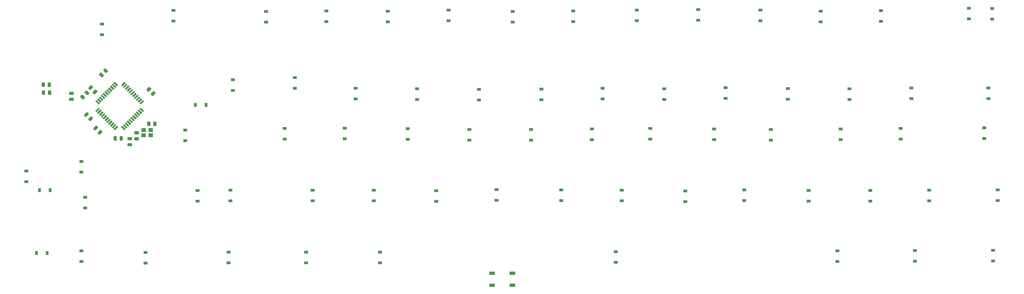
<source format=gbr>
%TF.GenerationSoftware,KiCad,Pcbnew,(5.1.5)-3*%
%TF.CreationDate,2021-06-23T12:29:00-05:00*%
%TF.ProjectId,Pikatea Keyboard,50696b61-7465-4612-904b-6579626f6172,rev?*%
%TF.SameCoordinates,Original*%
%TF.FileFunction,Paste,Top*%
%TF.FilePolarity,Positive*%
%FSLAX46Y46*%
G04 Gerber Fmt 4.6, Leading zero omitted, Abs format (unit mm)*
G04 Created by KiCad (PCBNEW (5.1.5)-3) date 2021-06-23 12:29:00*
%MOMM*%
%LPD*%
G04 APERTURE LIST*
%ADD10R,1.200000X0.900000*%
%ADD11R,0.900000X1.200000*%
%ADD12R,1.400000X1.200000*%
%ADD13C,0.100000*%
%ADD14R,1.700000X1.000000*%
G04 APERTURE END LIST*
D10*
%TO.C,D70*%
X24980000Y-126000000D03*
X24980000Y-122700000D03*
%TD*%
D11*
%TO.C,D47*%
X14090000Y-96290000D03*
X17390000Y-96290000D03*
%TD*%
D10*
%TO.C,D44*%
X25740000Y-88500000D03*
X25740000Y-91800000D03*
%TD*%
%TO.C,D41*%
X44840000Y-87810000D03*
X44840000Y-91110000D03*
%TD*%
%TO.C,D69*%
X-14720000Y-74530000D03*
X-14720000Y-71230000D03*
%TD*%
%TO.C,D68*%
X7320000Y-70300000D03*
X7320000Y-67000000D03*
%TD*%
%TO.C,D67*%
X35990000Y-70620000D03*
X35990000Y-67320000D03*
%TD*%
%TO.C,D66*%
X54620000Y-70460000D03*
X54620000Y-67160000D03*
%TD*%
%TO.C,D65*%
X73560000Y-70510000D03*
X73560000Y-67210000D03*
%TD*%
%TO.C,D64*%
X92360000Y-70140000D03*
X92360000Y-66840000D03*
%TD*%
%TO.C,D63*%
X112130000Y-70620000D03*
X112130000Y-67320000D03*
%TD*%
%TO.C,D62*%
X130920000Y-70460000D03*
X130920000Y-67160000D03*
%TD*%
%TO.C,D61*%
X150510000Y-70190000D03*
X150510000Y-66890000D03*
%TD*%
%TO.C,D60*%
X169460000Y-70020000D03*
X169460000Y-66720000D03*
%TD*%
%TO.C,D59*%
X188670000Y-70190000D03*
X188670000Y-66890000D03*
%TD*%
%TO.C,D58*%
X207300000Y-70510000D03*
X207300000Y-67210000D03*
%TD*%
%TO.C,D57*%
X225930000Y-70350000D03*
X225930000Y-67050000D03*
%TD*%
%TO.C,D56*%
X253110000Y-69610000D03*
X253110000Y-66310000D03*
%TD*%
%TO.C,D55*%
X260300000Y-69690000D03*
X260300000Y-66390000D03*
%TD*%
D11*
%TO.C,D54*%
X-34025000Y-122700000D03*
X-30725000Y-122700000D03*
%TD*%
D10*
%TO.C,D53*%
X-38110000Y-116720000D03*
X-38110000Y-120020000D03*
%TD*%
D11*
%TO.C,D52*%
X-34980000Y-142130000D03*
X-31680000Y-142130000D03*
%TD*%
D10*
%TO.C,D51*%
X-19939000Y-124843000D03*
X-19939000Y-128143000D03*
%TD*%
%TO.C,D50*%
X-21082000Y-113792000D03*
X-21082000Y-117092000D03*
%TD*%
%TO.C,D49*%
X-21100000Y-144800000D03*
X-21100000Y-141500000D03*
%TD*%
%TO.C,D48*%
X14800000Y-126060000D03*
X14800000Y-122760000D03*
%TD*%
%TO.C,D46*%
X-1250000Y-145240000D03*
X-1250000Y-141940000D03*
%TD*%
%TO.C,D45*%
X10950000Y-107325000D03*
X10950000Y-104025000D03*
%TD*%
%TO.C,D43*%
X24400000Y-145225000D03*
X24400000Y-141925000D03*
%TD*%
%TO.C,D42*%
X41690000Y-106810000D03*
X41690000Y-103510000D03*
%TD*%
%TO.C,D40*%
X48325000Y-145225000D03*
X48325000Y-141925000D03*
%TD*%
%TO.C,D39*%
X50330000Y-125960000D03*
X50330000Y-122660000D03*
%TD*%
%TO.C,D38*%
X60225000Y-106775000D03*
X60225000Y-103475000D03*
%TD*%
%TO.C,D37*%
X63640000Y-91090000D03*
X63640000Y-94390000D03*
%TD*%
%TO.C,D36*%
X71200000Y-145225000D03*
X71200000Y-141925000D03*
%TD*%
%TO.C,D35*%
X69230000Y-125990000D03*
X69230000Y-122690000D03*
%TD*%
%TO.C,D34*%
X79750000Y-106880000D03*
X79750000Y-103580000D03*
%TD*%
%TO.C,D33*%
X82650000Y-91290000D03*
X82650000Y-94590000D03*
%TD*%
%TO.C,D32*%
X88560000Y-126120000D03*
X88560000Y-122820000D03*
%TD*%
%TO.C,D31*%
X98775000Y-107175000D03*
X98775000Y-103875000D03*
%TD*%
%TO.C,D30*%
X101750000Y-91400000D03*
X101750000Y-94700000D03*
%TD*%
%TO.C,D29*%
X107175000Y-125800000D03*
X107175000Y-122500000D03*
%TD*%
%TO.C,D28*%
X117830000Y-107170000D03*
X117830000Y-103870000D03*
%TD*%
%TO.C,D27*%
X121040000Y-91340000D03*
X121040000Y-94640000D03*
%TD*%
%TO.C,D26*%
X127125000Y-125900000D03*
X127125000Y-122600000D03*
%TD*%
%TO.C,D25*%
X136670000Y-107000000D03*
X136670000Y-103700000D03*
%TD*%
%TO.C,D24*%
X143975000Y-145050000D03*
X143975000Y-141750000D03*
%TD*%
%TO.C,D23*%
X139970000Y-91130000D03*
X139970000Y-94430000D03*
%TD*%
%TO.C,D22*%
X145900000Y-125950000D03*
X145900000Y-122650000D03*
%TD*%
%TO.C,D21*%
X154650000Y-106850000D03*
X154650000Y-103550000D03*
%TD*%
%TO.C,D20*%
X158960000Y-91230000D03*
X158960000Y-94530000D03*
%TD*%
%TO.C,D19*%
X165525000Y-126225000D03*
X165525000Y-122925000D03*
%TD*%
%TO.C,D18*%
X174410000Y-107000000D03*
X174410000Y-103700000D03*
%TD*%
%TO.C,D17*%
X177950000Y-90930000D03*
X177950000Y-94230000D03*
%TD*%
%TO.C,D16*%
X183675000Y-125900000D03*
X183675000Y-122600000D03*
%TD*%
%TO.C,D15*%
X191900000Y-107175000D03*
X191900000Y-103875000D03*
%TD*%
%TO.C,D14*%
X197210000Y-91180000D03*
X197210000Y-94480000D03*
%TD*%
%TO.C,D13*%
X203600000Y-126050000D03*
X203600000Y-122750000D03*
%TD*%
%TO.C,D12*%
X213475000Y-106975000D03*
X213475000Y-103675000D03*
%TD*%
%TO.C,D11*%
X216210000Y-91290000D03*
X216210000Y-94590000D03*
%TD*%
%TO.C,D10*%
X222700000Y-126050000D03*
X222700000Y-122750000D03*
%TD*%
%TO.C,D9*%
X212520000Y-144730000D03*
X212520000Y-141430000D03*
%TD*%
%TO.C,D8*%
X232025000Y-106850000D03*
X232025000Y-103550000D03*
%TD*%
%TO.C,D7*%
X235360000Y-91040000D03*
X235360000Y-94340000D03*
%TD*%
%TO.C,D6*%
X240825000Y-125950000D03*
X240825000Y-122650000D03*
%TD*%
%TO.C,D5*%
X236480000Y-144690000D03*
X236480000Y-141390000D03*
%TD*%
%TO.C,D4*%
X262000000Y-125850000D03*
X262000000Y-122550000D03*
%TD*%
%TO.C,D3*%
X257850000Y-106675000D03*
X257850000Y-103375000D03*
%TD*%
%TO.C,D2*%
X259110000Y-90970000D03*
X259110000Y-94270000D03*
%TD*%
%TO.C,D1*%
X260610000Y-144580000D03*
X260610000Y-141280000D03*
%TD*%
D12*
%TO.C,X1*%
X290000Y-105630000D03*
X-1910000Y-105630000D03*
X-1910000Y-104030000D03*
X290000Y-104030000D03*
%TD*%
D13*
%TO.C,U1*%
G36*
X-16425979Y-94766106D02*
G01*
X-16412631Y-94768086D01*
X-16399542Y-94771365D01*
X-16386837Y-94775911D01*
X-16374639Y-94781680D01*
X-16363065Y-94788617D01*
X-16352227Y-94796655D01*
X-16342229Y-94805717D01*
X-15493701Y-95654245D01*
X-15484639Y-95664243D01*
X-15476601Y-95675081D01*
X-15469664Y-95686655D01*
X-15463895Y-95698853D01*
X-15459349Y-95711558D01*
X-15456070Y-95724647D01*
X-15454090Y-95737995D01*
X-15453428Y-95751472D01*
X-15454090Y-95764949D01*
X-15456070Y-95778297D01*
X-15459349Y-95791386D01*
X-15463895Y-95804091D01*
X-15469664Y-95816289D01*
X-15476601Y-95827863D01*
X-15484639Y-95838701D01*
X-15493701Y-95848699D01*
X-15688155Y-96043153D01*
X-15698153Y-96052215D01*
X-15708991Y-96060253D01*
X-15720565Y-96067190D01*
X-15732763Y-96072959D01*
X-15745468Y-96077505D01*
X-15758557Y-96080784D01*
X-15771905Y-96082764D01*
X-15785382Y-96083426D01*
X-15798859Y-96082764D01*
X-15812207Y-96080784D01*
X-15825296Y-96077505D01*
X-15838001Y-96072959D01*
X-15850199Y-96067190D01*
X-15861773Y-96060253D01*
X-15872611Y-96052215D01*
X-15882609Y-96043153D01*
X-16731137Y-95194625D01*
X-16740199Y-95184627D01*
X-16748237Y-95173789D01*
X-16755174Y-95162215D01*
X-16760943Y-95150017D01*
X-16765489Y-95137312D01*
X-16768768Y-95124223D01*
X-16770748Y-95110875D01*
X-16771410Y-95097398D01*
X-16770748Y-95083921D01*
X-16768768Y-95070573D01*
X-16765489Y-95057484D01*
X-16760943Y-95044779D01*
X-16755174Y-95032581D01*
X-16748237Y-95021007D01*
X-16740199Y-95010169D01*
X-16731137Y-95000171D01*
X-16536683Y-94805717D01*
X-16526685Y-94796655D01*
X-16515847Y-94788617D01*
X-16504273Y-94781680D01*
X-16492075Y-94775911D01*
X-16479370Y-94771365D01*
X-16466281Y-94768086D01*
X-16452933Y-94766106D01*
X-16439456Y-94765444D01*
X-16425979Y-94766106D01*
G37*
G36*
X-15860294Y-94200421D02*
G01*
X-15846946Y-94202401D01*
X-15833857Y-94205680D01*
X-15821152Y-94210226D01*
X-15808954Y-94215995D01*
X-15797380Y-94222932D01*
X-15786542Y-94230970D01*
X-15776544Y-94240032D01*
X-14928016Y-95088560D01*
X-14918954Y-95098558D01*
X-14910916Y-95109396D01*
X-14903979Y-95120970D01*
X-14898210Y-95133168D01*
X-14893664Y-95145873D01*
X-14890385Y-95158962D01*
X-14888405Y-95172310D01*
X-14887743Y-95185787D01*
X-14888405Y-95199264D01*
X-14890385Y-95212612D01*
X-14893664Y-95225701D01*
X-14898210Y-95238406D01*
X-14903979Y-95250604D01*
X-14910916Y-95262178D01*
X-14918954Y-95273016D01*
X-14928016Y-95283014D01*
X-15122470Y-95477468D01*
X-15132468Y-95486530D01*
X-15143306Y-95494568D01*
X-15154880Y-95501505D01*
X-15167078Y-95507274D01*
X-15179783Y-95511820D01*
X-15192872Y-95515099D01*
X-15206220Y-95517079D01*
X-15219697Y-95517741D01*
X-15233174Y-95517079D01*
X-15246522Y-95515099D01*
X-15259611Y-95511820D01*
X-15272316Y-95507274D01*
X-15284514Y-95501505D01*
X-15296088Y-95494568D01*
X-15306926Y-95486530D01*
X-15316924Y-95477468D01*
X-16165452Y-94628940D01*
X-16174514Y-94618942D01*
X-16182552Y-94608104D01*
X-16189489Y-94596530D01*
X-16195258Y-94584332D01*
X-16199804Y-94571627D01*
X-16203083Y-94558538D01*
X-16205063Y-94545190D01*
X-16205725Y-94531713D01*
X-16205063Y-94518236D01*
X-16203083Y-94504888D01*
X-16199804Y-94491799D01*
X-16195258Y-94479094D01*
X-16189489Y-94466896D01*
X-16182552Y-94455322D01*
X-16174514Y-94444484D01*
X-16165452Y-94434486D01*
X-15970998Y-94240032D01*
X-15961000Y-94230970D01*
X-15950162Y-94222932D01*
X-15938588Y-94215995D01*
X-15926390Y-94210226D01*
X-15913685Y-94205680D01*
X-15900596Y-94202401D01*
X-15887248Y-94200421D01*
X-15873771Y-94199759D01*
X-15860294Y-94200421D01*
G37*
G36*
X-15294608Y-93634735D02*
G01*
X-15281260Y-93636715D01*
X-15268171Y-93639994D01*
X-15255466Y-93644540D01*
X-15243268Y-93650309D01*
X-15231694Y-93657246D01*
X-15220856Y-93665284D01*
X-15210858Y-93674346D01*
X-14362330Y-94522874D01*
X-14353268Y-94532872D01*
X-14345230Y-94543710D01*
X-14338293Y-94555284D01*
X-14332524Y-94567482D01*
X-14327978Y-94580187D01*
X-14324699Y-94593276D01*
X-14322719Y-94606624D01*
X-14322057Y-94620101D01*
X-14322719Y-94633578D01*
X-14324699Y-94646926D01*
X-14327978Y-94660015D01*
X-14332524Y-94672720D01*
X-14338293Y-94684918D01*
X-14345230Y-94696492D01*
X-14353268Y-94707330D01*
X-14362330Y-94717328D01*
X-14556784Y-94911782D01*
X-14566782Y-94920844D01*
X-14577620Y-94928882D01*
X-14589194Y-94935819D01*
X-14601392Y-94941588D01*
X-14614097Y-94946134D01*
X-14627186Y-94949413D01*
X-14640534Y-94951393D01*
X-14654011Y-94952055D01*
X-14667488Y-94951393D01*
X-14680836Y-94949413D01*
X-14693925Y-94946134D01*
X-14706630Y-94941588D01*
X-14718828Y-94935819D01*
X-14730402Y-94928882D01*
X-14741240Y-94920844D01*
X-14751238Y-94911782D01*
X-15599766Y-94063254D01*
X-15608828Y-94053256D01*
X-15616866Y-94042418D01*
X-15623803Y-94030844D01*
X-15629572Y-94018646D01*
X-15634118Y-94005941D01*
X-15637397Y-93992852D01*
X-15639377Y-93979504D01*
X-15640039Y-93966027D01*
X-15639377Y-93952550D01*
X-15637397Y-93939202D01*
X-15634118Y-93926113D01*
X-15629572Y-93913408D01*
X-15623803Y-93901210D01*
X-15616866Y-93889636D01*
X-15608828Y-93878798D01*
X-15599766Y-93868800D01*
X-15405312Y-93674346D01*
X-15395314Y-93665284D01*
X-15384476Y-93657246D01*
X-15372902Y-93650309D01*
X-15360704Y-93644540D01*
X-15347999Y-93639994D01*
X-15334910Y-93636715D01*
X-15321562Y-93634735D01*
X-15308085Y-93634073D01*
X-15294608Y-93634735D01*
G37*
G36*
X-14728923Y-93069050D02*
G01*
X-14715575Y-93071030D01*
X-14702486Y-93074309D01*
X-14689781Y-93078855D01*
X-14677583Y-93084624D01*
X-14666009Y-93091561D01*
X-14655171Y-93099599D01*
X-14645173Y-93108661D01*
X-13796645Y-93957189D01*
X-13787583Y-93967187D01*
X-13779545Y-93978025D01*
X-13772608Y-93989599D01*
X-13766839Y-94001797D01*
X-13762293Y-94014502D01*
X-13759014Y-94027591D01*
X-13757034Y-94040939D01*
X-13756372Y-94054416D01*
X-13757034Y-94067893D01*
X-13759014Y-94081241D01*
X-13762293Y-94094330D01*
X-13766839Y-94107035D01*
X-13772608Y-94119233D01*
X-13779545Y-94130807D01*
X-13787583Y-94141645D01*
X-13796645Y-94151643D01*
X-13991099Y-94346097D01*
X-14001097Y-94355159D01*
X-14011935Y-94363197D01*
X-14023509Y-94370134D01*
X-14035707Y-94375903D01*
X-14048412Y-94380449D01*
X-14061501Y-94383728D01*
X-14074849Y-94385708D01*
X-14088326Y-94386370D01*
X-14101803Y-94385708D01*
X-14115151Y-94383728D01*
X-14128240Y-94380449D01*
X-14140945Y-94375903D01*
X-14153143Y-94370134D01*
X-14164717Y-94363197D01*
X-14175555Y-94355159D01*
X-14185553Y-94346097D01*
X-15034081Y-93497569D01*
X-15043143Y-93487571D01*
X-15051181Y-93476733D01*
X-15058118Y-93465159D01*
X-15063887Y-93452961D01*
X-15068433Y-93440256D01*
X-15071712Y-93427167D01*
X-15073692Y-93413819D01*
X-15074354Y-93400342D01*
X-15073692Y-93386865D01*
X-15071712Y-93373517D01*
X-15068433Y-93360428D01*
X-15063887Y-93347723D01*
X-15058118Y-93335525D01*
X-15051181Y-93323951D01*
X-15043143Y-93313113D01*
X-15034081Y-93303115D01*
X-14839627Y-93108661D01*
X-14829629Y-93099599D01*
X-14818791Y-93091561D01*
X-14807217Y-93084624D01*
X-14795019Y-93078855D01*
X-14782314Y-93074309D01*
X-14769225Y-93071030D01*
X-14755877Y-93069050D01*
X-14742400Y-93068388D01*
X-14728923Y-93069050D01*
G37*
G36*
X-14163238Y-92503364D02*
G01*
X-14149890Y-92505344D01*
X-14136801Y-92508623D01*
X-14124096Y-92513169D01*
X-14111898Y-92518938D01*
X-14100324Y-92525875D01*
X-14089486Y-92533913D01*
X-14079488Y-92542975D01*
X-13230960Y-93391503D01*
X-13221898Y-93401501D01*
X-13213860Y-93412339D01*
X-13206923Y-93423913D01*
X-13201154Y-93436111D01*
X-13196608Y-93448816D01*
X-13193329Y-93461905D01*
X-13191349Y-93475253D01*
X-13190687Y-93488730D01*
X-13191349Y-93502207D01*
X-13193329Y-93515555D01*
X-13196608Y-93528644D01*
X-13201154Y-93541349D01*
X-13206923Y-93553547D01*
X-13213860Y-93565121D01*
X-13221898Y-93575959D01*
X-13230960Y-93585957D01*
X-13425414Y-93780411D01*
X-13435412Y-93789473D01*
X-13446250Y-93797511D01*
X-13457824Y-93804448D01*
X-13470022Y-93810217D01*
X-13482727Y-93814763D01*
X-13495816Y-93818042D01*
X-13509164Y-93820022D01*
X-13522641Y-93820684D01*
X-13536118Y-93820022D01*
X-13549466Y-93818042D01*
X-13562555Y-93814763D01*
X-13575260Y-93810217D01*
X-13587458Y-93804448D01*
X-13599032Y-93797511D01*
X-13609870Y-93789473D01*
X-13619868Y-93780411D01*
X-14468396Y-92931883D01*
X-14477458Y-92921885D01*
X-14485496Y-92911047D01*
X-14492433Y-92899473D01*
X-14498202Y-92887275D01*
X-14502748Y-92874570D01*
X-14506027Y-92861481D01*
X-14508007Y-92848133D01*
X-14508669Y-92834656D01*
X-14508007Y-92821179D01*
X-14506027Y-92807831D01*
X-14502748Y-92794742D01*
X-14498202Y-92782037D01*
X-14492433Y-92769839D01*
X-14485496Y-92758265D01*
X-14477458Y-92747427D01*
X-14468396Y-92737429D01*
X-14273942Y-92542975D01*
X-14263944Y-92533913D01*
X-14253106Y-92525875D01*
X-14241532Y-92518938D01*
X-14229334Y-92513169D01*
X-14216629Y-92508623D01*
X-14203540Y-92505344D01*
X-14190192Y-92503364D01*
X-14176715Y-92502702D01*
X-14163238Y-92503364D01*
G37*
G36*
X-13597552Y-91937679D02*
G01*
X-13584204Y-91939659D01*
X-13571115Y-91942938D01*
X-13558410Y-91947484D01*
X-13546212Y-91953253D01*
X-13534638Y-91960190D01*
X-13523800Y-91968228D01*
X-13513802Y-91977290D01*
X-12665274Y-92825818D01*
X-12656212Y-92835816D01*
X-12648174Y-92846654D01*
X-12641237Y-92858228D01*
X-12635468Y-92870426D01*
X-12630922Y-92883131D01*
X-12627643Y-92896220D01*
X-12625663Y-92909568D01*
X-12625001Y-92923045D01*
X-12625663Y-92936522D01*
X-12627643Y-92949870D01*
X-12630922Y-92962959D01*
X-12635468Y-92975664D01*
X-12641237Y-92987862D01*
X-12648174Y-92999436D01*
X-12656212Y-93010274D01*
X-12665274Y-93020272D01*
X-12859728Y-93214726D01*
X-12869726Y-93223788D01*
X-12880564Y-93231826D01*
X-12892138Y-93238763D01*
X-12904336Y-93244532D01*
X-12917041Y-93249078D01*
X-12930130Y-93252357D01*
X-12943478Y-93254337D01*
X-12956955Y-93254999D01*
X-12970432Y-93254337D01*
X-12983780Y-93252357D01*
X-12996869Y-93249078D01*
X-13009574Y-93244532D01*
X-13021772Y-93238763D01*
X-13033346Y-93231826D01*
X-13044184Y-93223788D01*
X-13054182Y-93214726D01*
X-13902710Y-92366198D01*
X-13911772Y-92356200D01*
X-13919810Y-92345362D01*
X-13926747Y-92333788D01*
X-13932516Y-92321590D01*
X-13937062Y-92308885D01*
X-13940341Y-92295796D01*
X-13942321Y-92282448D01*
X-13942983Y-92268971D01*
X-13942321Y-92255494D01*
X-13940341Y-92242146D01*
X-13937062Y-92229057D01*
X-13932516Y-92216352D01*
X-13926747Y-92204154D01*
X-13919810Y-92192580D01*
X-13911772Y-92181742D01*
X-13902710Y-92171744D01*
X-13708256Y-91977290D01*
X-13698258Y-91968228D01*
X-13687420Y-91960190D01*
X-13675846Y-91953253D01*
X-13663648Y-91947484D01*
X-13650943Y-91942938D01*
X-13637854Y-91939659D01*
X-13624506Y-91937679D01*
X-13611029Y-91937017D01*
X-13597552Y-91937679D01*
G37*
G36*
X-13031867Y-91371993D02*
G01*
X-13018519Y-91373973D01*
X-13005430Y-91377252D01*
X-12992725Y-91381798D01*
X-12980527Y-91387567D01*
X-12968953Y-91394504D01*
X-12958115Y-91402542D01*
X-12948117Y-91411604D01*
X-12099589Y-92260132D01*
X-12090527Y-92270130D01*
X-12082489Y-92280968D01*
X-12075552Y-92292542D01*
X-12069783Y-92304740D01*
X-12065237Y-92317445D01*
X-12061958Y-92330534D01*
X-12059978Y-92343882D01*
X-12059316Y-92357359D01*
X-12059978Y-92370836D01*
X-12061958Y-92384184D01*
X-12065237Y-92397273D01*
X-12069783Y-92409978D01*
X-12075552Y-92422176D01*
X-12082489Y-92433750D01*
X-12090527Y-92444588D01*
X-12099589Y-92454586D01*
X-12294043Y-92649040D01*
X-12304041Y-92658102D01*
X-12314879Y-92666140D01*
X-12326453Y-92673077D01*
X-12338651Y-92678846D01*
X-12351356Y-92683392D01*
X-12364445Y-92686671D01*
X-12377793Y-92688651D01*
X-12391270Y-92689313D01*
X-12404747Y-92688651D01*
X-12418095Y-92686671D01*
X-12431184Y-92683392D01*
X-12443889Y-92678846D01*
X-12456087Y-92673077D01*
X-12467661Y-92666140D01*
X-12478499Y-92658102D01*
X-12488497Y-92649040D01*
X-13337025Y-91800512D01*
X-13346087Y-91790514D01*
X-13354125Y-91779676D01*
X-13361062Y-91768102D01*
X-13366831Y-91755904D01*
X-13371377Y-91743199D01*
X-13374656Y-91730110D01*
X-13376636Y-91716762D01*
X-13377298Y-91703285D01*
X-13376636Y-91689808D01*
X-13374656Y-91676460D01*
X-13371377Y-91663371D01*
X-13366831Y-91650666D01*
X-13361062Y-91638468D01*
X-13354125Y-91626894D01*
X-13346087Y-91616056D01*
X-13337025Y-91606058D01*
X-13142571Y-91411604D01*
X-13132573Y-91402542D01*
X-13121735Y-91394504D01*
X-13110161Y-91387567D01*
X-13097963Y-91381798D01*
X-13085258Y-91377252D01*
X-13072169Y-91373973D01*
X-13058821Y-91371993D01*
X-13045344Y-91371331D01*
X-13031867Y-91371993D01*
G37*
G36*
X-12466181Y-90806308D02*
G01*
X-12452833Y-90808288D01*
X-12439744Y-90811567D01*
X-12427039Y-90816113D01*
X-12414841Y-90821882D01*
X-12403267Y-90828819D01*
X-12392429Y-90836857D01*
X-12382431Y-90845919D01*
X-11533903Y-91694447D01*
X-11524841Y-91704445D01*
X-11516803Y-91715283D01*
X-11509866Y-91726857D01*
X-11504097Y-91739055D01*
X-11499551Y-91751760D01*
X-11496272Y-91764849D01*
X-11494292Y-91778197D01*
X-11493630Y-91791674D01*
X-11494292Y-91805151D01*
X-11496272Y-91818499D01*
X-11499551Y-91831588D01*
X-11504097Y-91844293D01*
X-11509866Y-91856491D01*
X-11516803Y-91868065D01*
X-11524841Y-91878903D01*
X-11533903Y-91888901D01*
X-11728357Y-92083355D01*
X-11738355Y-92092417D01*
X-11749193Y-92100455D01*
X-11760767Y-92107392D01*
X-11772965Y-92113161D01*
X-11785670Y-92117707D01*
X-11798759Y-92120986D01*
X-11812107Y-92122966D01*
X-11825584Y-92123628D01*
X-11839061Y-92122966D01*
X-11852409Y-92120986D01*
X-11865498Y-92117707D01*
X-11878203Y-92113161D01*
X-11890401Y-92107392D01*
X-11901975Y-92100455D01*
X-11912813Y-92092417D01*
X-11922811Y-92083355D01*
X-12771339Y-91234827D01*
X-12780401Y-91224829D01*
X-12788439Y-91213991D01*
X-12795376Y-91202417D01*
X-12801145Y-91190219D01*
X-12805691Y-91177514D01*
X-12808970Y-91164425D01*
X-12810950Y-91151077D01*
X-12811612Y-91137600D01*
X-12810950Y-91124123D01*
X-12808970Y-91110775D01*
X-12805691Y-91097686D01*
X-12801145Y-91084981D01*
X-12795376Y-91072783D01*
X-12788439Y-91061209D01*
X-12780401Y-91050371D01*
X-12771339Y-91040373D01*
X-12576885Y-90845919D01*
X-12566887Y-90836857D01*
X-12556049Y-90828819D01*
X-12544475Y-90821882D01*
X-12532277Y-90816113D01*
X-12519572Y-90811567D01*
X-12506483Y-90808288D01*
X-12493135Y-90806308D01*
X-12479658Y-90805646D01*
X-12466181Y-90806308D01*
G37*
G36*
X-11900496Y-90240623D02*
G01*
X-11887148Y-90242603D01*
X-11874059Y-90245882D01*
X-11861354Y-90250428D01*
X-11849156Y-90256197D01*
X-11837582Y-90263134D01*
X-11826744Y-90271172D01*
X-11816746Y-90280234D01*
X-10968218Y-91128762D01*
X-10959156Y-91138760D01*
X-10951118Y-91149598D01*
X-10944181Y-91161172D01*
X-10938412Y-91173370D01*
X-10933866Y-91186075D01*
X-10930587Y-91199164D01*
X-10928607Y-91212512D01*
X-10927945Y-91225989D01*
X-10928607Y-91239466D01*
X-10930587Y-91252814D01*
X-10933866Y-91265903D01*
X-10938412Y-91278608D01*
X-10944181Y-91290806D01*
X-10951118Y-91302380D01*
X-10959156Y-91313218D01*
X-10968218Y-91323216D01*
X-11162672Y-91517670D01*
X-11172670Y-91526732D01*
X-11183508Y-91534770D01*
X-11195082Y-91541707D01*
X-11207280Y-91547476D01*
X-11219985Y-91552022D01*
X-11233074Y-91555301D01*
X-11246422Y-91557281D01*
X-11259899Y-91557943D01*
X-11273376Y-91557281D01*
X-11286724Y-91555301D01*
X-11299813Y-91552022D01*
X-11312518Y-91547476D01*
X-11324716Y-91541707D01*
X-11336290Y-91534770D01*
X-11347128Y-91526732D01*
X-11357126Y-91517670D01*
X-12205654Y-90669142D01*
X-12214716Y-90659144D01*
X-12222754Y-90648306D01*
X-12229691Y-90636732D01*
X-12235460Y-90624534D01*
X-12240006Y-90611829D01*
X-12243285Y-90598740D01*
X-12245265Y-90585392D01*
X-12245927Y-90571915D01*
X-12245265Y-90558438D01*
X-12243285Y-90545090D01*
X-12240006Y-90532001D01*
X-12235460Y-90519296D01*
X-12229691Y-90507098D01*
X-12222754Y-90495524D01*
X-12214716Y-90484686D01*
X-12205654Y-90474688D01*
X-12011200Y-90280234D01*
X-12001202Y-90271172D01*
X-11990364Y-90263134D01*
X-11978790Y-90256197D01*
X-11966592Y-90250428D01*
X-11953887Y-90245882D01*
X-11940798Y-90242603D01*
X-11927450Y-90240623D01*
X-11913973Y-90239961D01*
X-11900496Y-90240623D01*
G37*
G36*
X-11334810Y-89674937D02*
G01*
X-11321462Y-89676917D01*
X-11308373Y-89680196D01*
X-11295668Y-89684742D01*
X-11283470Y-89690511D01*
X-11271896Y-89697448D01*
X-11261058Y-89705486D01*
X-11251060Y-89714548D01*
X-10402532Y-90563076D01*
X-10393470Y-90573074D01*
X-10385432Y-90583912D01*
X-10378495Y-90595486D01*
X-10372726Y-90607684D01*
X-10368180Y-90620389D01*
X-10364901Y-90633478D01*
X-10362921Y-90646826D01*
X-10362259Y-90660303D01*
X-10362921Y-90673780D01*
X-10364901Y-90687128D01*
X-10368180Y-90700217D01*
X-10372726Y-90712922D01*
X-10378495Y-90725120D01*
X-10385432Y-90736694D01*
X-10393470Y-90747532D01*
X-10402532Y-90757530D01*
X-10596986Y-90951984D01*
X-10606984Y-90961046D01*
X-10617822Y-90969084D01*
X-10629396Y-90976021D01*
X-10641594Y-90981790D01*
X-10654299Y-90986336D01*
X-10667388Y-90989615D01*
X-10680736Y-90991595D01*
X-10694213Y-90992257D01*
X-10707690Y-90991595D01*
X-10721038Y-90989615D01*
X-10734127Y-90986336D01*
X-10746832Y-90981790D01*
X-10759030Y-90976021D01*
X-10770604Y-90969084D01*
X-10781442Y-90961046D01*
X-10791440Y-90951984D01*
X-11639968Y-90103456D01*
X-11649030Y-90093458D01*
X-11657068Y-90082620D01*
X-11664005Y-90071046D01*
X-11669774Y-90058848D01*
X-11674320Y-90046143D01*
X-11677599Y-90033054D01*
X-11679579Y-90019706D01*
X-11680241Y-90006229D01*
X-11679579Y-89992752D01*
X-11677599Y-89979404D01*
X-11674320Y-89966315D01*
X-11669774Y-89953610D01*
X-11664005Y-89941412D01*
X-11657068Y-89929838D01*
X-11649030Y-89919000D01*
X-11639968Y-89909002D01*
X-11445514Y-89714548D01*
X-11435516Y-89705486D01*
X-11424678Y-89697448D01*
X-11413104Y-89690511D01*
X-11400906Y-89684742D01*
X-11388201Y-89680196D01*
X-11375112Y-89676917D01*
X-11361764Y-89674937D01*
X-11348287Y-89674275D01*
X-11334810Y-89674937D01*
G37*
G36*
X-10769125Y-89109252D02*
G01*
X-10755777Y-89111232D01*
X-10742688Y-89114511D01*
X-10729983Y-89119057D01*
X-10717785Y-89124826D01*
X-10706211Y-89131763D01*
X-10695373Y-89139801D01*
X-10685375Y-89148863D01*
X-9836847Y-89997391D01*
X-9827785Y-90007389D01*
X-9819747Y-90018227D01*
X-9812810Y-90029801D01*
X-9807041Y-90041999D01*
X-9802495Y-90054704D01*
X-9799216Y-90067793D01*
X-9797236Y-90081141D01*
X-9796574Y-90094618D01*
X-9797236Y-90108095D01*
X-9799216Y-90121443D01*
X-9802495Y-90134532D01*
X-9807041Y-90147237D01*
X-9812810Y-90159435D01*
X-9819747Y-90171009D01*
X-9827785Y-90181847D01*
X-9836847Y-90191845D01*
X-10031301Y-90386299D01*
X-10041299Y-90395361D01*
X-10052137Y-90403399D01*
X-10063711Y-90410336D01*
X-10075909Y-90416105D01*
X-10088614Y-90420651D01*
X-10101703Y-90423930D01*
X-10115051Y-90425910D01*
X-10128528Y-90426572D01*
X-10142005Y-90425910D01*
X-10155353Y-90423930D01*
X-10168442Y-90420651D01*
X-10181147Y-90416105D01*
X-10193345Y-90410336D01*
X-10204919Y-90403399D01*
X-10215757Y-90395361D01*
X-10225755Y-90386299D01*
X-11074283Y-89537771D01*
X-11083345Y-89527773D01*
X-11091383Y-89516935D01*
X-11098320Y-89505361D01*
X-11104089Y-89493163D01*
X-11108635Y-89480458D01*
X-11111914Y-89467369D01*
X-11113894Y-89454021D01*
X-11114556Y-89440544D01*
X-11113894Y-89427067D01*
X-11111914Y-89413719D01*
X-11108635Y-89400630D01*
X-11104089Y-89387925D01*
X-11098320Y-89375727D01*
X-11091383Y-89364153D01*
X-11083345Y-89353315D01*
X-11074283Y-89343317D01*
X-10879829Y-89148863D01*
X-10869831Y-89139801D01*
X-10858993Y-89131763D01*
X-10847419Y-89124826D01*
X-10835221Y-89119057D01*
X-10822516Y-89114511D01*
X-10809427Y-89111232D01*
X-10796079Y-89109252D01*
X-10782602Y-89108590D01*
X-10769125Y-89109252D01*
G37*
G36*
X-7763921Y-89109252D02*
G01*
X-7750573Y-89111232D01*
X-7737484Y-89114511D01*
X-7724779Y-89119057D01*
X-7712581Y-89124826D01*
X-7701007Y-89131763D01*
X-7690169Y-89139801D01*
X-7680171Y-89148863D01*
X-7485717Y-89343317D01*
X-7476655Y-89353315D01*
X-7468617Y-89364153D01*
X-7461680Y-89375727D01*
X-7455911Y-89387925D01*
X-7451365Y-89400630D01*
X-7448086Y-89413719D01*
X-7446106Y-89427067D01*
X-7445444Y-89440544D01*
X-7446106Y-89454021D01*
X-7448086Y-89467369D01*
X-7451365Y-89480458D01*
X-7455911Y-89493163D01*
X-7461680Y-89505361D01*
X-7468617Y-89516935D01*
X-7476655Y-89527773D01*
X-7485717Y-89537771D01*
X-8334245Y-90386299D01*
X-8344243Y-90395361D01*
X-8355081Y-90403399D01*
X-8366655Y-90410336D01*
X-8378853Y-90416105D01*
X-8391558Y-90420651D01*
X-8404647Y-90423930D01*
X-8417995Y-90425910D01*
X-8431472Y-90426572D01*
X-8444949Y-90425910D01*
X-8458297Y-90423930D01*
X-8471386Y-90420651D01*
X-8484091Y-90416105D01*
X-8496289Y-90410336D01*
X-8507863Y-90403399D01*
X-8518701Y-90395361D01*
X-8528699Y-90386299D01*
X-8723153Y-90191845D01*
X-8732215Y-90181847D01*
X-8740253Y-90171009D01*
X-8747190Y-90159435D01*
X-8752959Y-90147237D01*
X-8757505Y-90134532D01*
X-8760784Y-90121443D01*
X-8762764Y-90108095D01*
X-8763426Y-90094618D01*
X-8762764Y-90081141D01*
X-8760784Y-90067793D01*
X-8757505Y-90054704D01*
X-8752959Y-90041999D01*
X-8747190Y-90029801D01*
X-8740253Y-90018227D01*
X-8732215Y-90007389D01*
X-8723153Y-89997391D01*
X-7874625Y-89148863D01*
X-7864627Y-89139801D01*
X-7853789Y-89131763D01*
X-7842215Y-89124826D01*
X-7830017Y-89119057D01*
X-7817312Y-89114511D01*
X-7804223Y-89111232D01*
X-7790875Y-89109252D01*
X-7777398Y-89108590D01*
X-7763921Y-89109252D01*
G37*
G36*
X-7198236Y-89674937D02*
G01*
X-7184888Y-89676917D01*
X-7171799Y-89680196D01*
X-7159094Y-89684742D01*
X-7146896Y-89690511D01*
X-7135322Y-89697448D01*
X-7124484Y-89705486D01*
X-7114486Y-89714548D01*
X-6920032Y-89909002D01*
X-6910970Y-89919000D01*
X-6902932Y-89929838D01*
X-6895995Y-89941412D01*
X-6890226Y-89953610D01*
X-6885680Y-89966315D01*
X-6882401Y-89979404D01*
X-6880421Y-89992752D01*
X-6879759Y-90006229D01*
X-6880421Y-90019706D01*
X-6882401Y-90033054D01*
X-6885680Y-90046143D01*
X-6890226Y-90058848D01*
X-6895995Y-90071046D01*
X-6902932Y-90082620D01*
X-6910970Y-90093458D01*
X-6920032Y-90103456D01*
X-7768560Y-90951984D01*
X-7778558Y-90961046D01*
X-7789396Y-90969084D01*
X-7800970Y-90976021D01*
X-7813168Y-90981790D01*
X-7825873Y-90986336D01*
X-7838962Y-90989615D01*
X-7852310Y-90991595D01*
X-7865787Y-90992257D01*
X-7879264Y-90991595D01*
X-7892612Y-90989615D01*
X-7905701Y-90986336D01*
X-7918406Y-90981790D01*
X-7930604Y-90976021D01*
X-7942178Y-90969084D01*
X-7953016Y-90961046D01*
X-7963014Y-90951984D01*
X-8157468Y-90757530D01*
X-8166530Y-90747532D01*
X-8174568Y-90736694D01*
X-8181505Y-90725120D01*
X-8187274Y-90712922D01*
X-8191820Y-90700217D01*
X-8195099Y-90687128D01*
X-8197079Y-90673780D01*
X-8197741Y-90660303D01*
X-8197079Y-90646826D01*
X-8195099Y-90633478D01*
X-8191820Y-90620389D01*
X-8187274Y-90607684D01*
X-8181505Y-90595486D01*
X-8174568Y-90583912D01*
X-8166530Y-90573074D01*
X-8157468Y-90563076D01*
X-7308940Y-89714548D01*
X-7298942Y-89705486D01*
X-7288104Y-89697448D01*
X-7276530Y-89690511D01*
X-7264332Y-89684742D01*
X-7251627Y-89680196D01*
X-7238538Y-89676917D01*
X-7225190Y-89674937D01*
X-7211713Y-89674275D01*
X-7198236Y-89674937D01*
G37*
G36*
X-6632550Y-90240623D02*
G01*
X-6619202Y-90242603D01*
X-6606113Y-90245882D01*
X-6593408Y-90250428D01*
X-6581210Y-90256197D01*
X-6569636Y-90263134D01*
X-6558798Y-90271172D01*
X-6548800Y-90280234D01*
X-6354346Y-90474688D01*
X-6345284Y-90484686D01*
X-6337246Y-90495524D01*
X-6330309Y-90507098D01*
X-6324540Y-90519296D01*
X-6319994Y-90532001D01*
X-6316715Y-90545090D01*
X-6314735Y-90558438D01*
X-6314073Y-90571915D01*
X-6314735Y-90585392D01*
X-6316715Y-90598740D01*
X-6319994Y-90611829D01*
X-6324540Y-90624534D01*
X-6330309Y-90636732D01*
X-6337246Y-90648306D01*
X-6345284Y-90659144D01*
X-6354346Y-90669142D01*
X-7202874Y-91517670D01*
X-7212872Y-91526732D01*
X-7223710Y-91534770D01*
X-7235284Y-91541707D01*
X-7247482Y-91547476D01*
X-7260187Y-91552022D01*
X-7273276Y-91555301D01*
X-7286624Y-91557281D01*
X-7300101Y-91557943D01*
X-7313578Y-91557281D01*
X-7326926Y-91555301D01*
X-7340015Y-91552022D01*
X-7352720Y-91547476D01*
X-7364918Y-91541707D01*
X-7376492Y-91534770D01*
X-7387330Y-91526732D01*
X-7397328Y-91517670D01*
X-7591782Y-91323216D01*
X-7600844Y-91313218D01*
X-7608882Y-91302380D01*
X-7615819Y-91290806D01*
X-7621588Y-91278608D01*
X-7626134Y-91265903D01*
X-7629413Y-91252814D01*
X-7631393Y-91239466D01*
X-7632055Y-91225989D01*
X-7631393Y-91212512D01*
X-7629413Y-91199164D01*
X-7626134Y-91186075D01*
X-7621588Y-91173370D01*
X-7615819Y-91161172D01*
X-7608882Y-91149598D01*
X-7600844Y-91138760D01*
X-7591782Y-91128762D01*
X-6743254Y-90280234D01*
X-6733256Y-90271172D01*
X-6722418Y-90263134D01*
X-6710844Y-90256197D01*
X-6698646Y-90250428D01*
X-6685941Y-90245882D01*
X-6672852Y-90242603D01*
X-6659504Y-90240623D01*
X-6646027Y-90239961D01*
X-6632550Y-90240623D01*
G37*
G36*
X-6066865Y-90806308D02*
G01*
X-6053517Y-90808288D01*
X-6040428Y-90811567D01*
X-6027723Y-90816113D01*
X-6015525Y-90821882D01*
X-6003951Y-90828819D01*
X-5993113Y-90836857D01*
X-5983115Y-90845919D01*
X-5788661Y-91040373D01*
X-5779599Y-91050371D01*
X-5771561Y-91061209D01*
X-5764624Y-91072783D01*
X-5758855Y-91084981D01*
X-5754309Y-91097686D01*
X-5751030Y-91110775D01*
X-5749050Y-91124123D01*
X-5748388Y-91137600D01*
X-5749050Y-91151077D01*
X-5751030Y-91164425D01*
X-5754309Y-91177514D01*
X-5758855Y-91190219D01*
X-5764624Y-91202417D01*
X-5771561Y-91213991D01*
X-5779599Y-91224829D01*
X-5788661Y-91234827D01*
X-6637189Y-92083355D01*
X-6647187Y-92092417D01*
X-6658025Y-92100455D01*
X-6669599Y-92107392D01*
X-6681797Y-92113161D01*
X-6694502Y-92117707D01*
X-6707591Y-92120986D01*
X-6720939Y-92122966D01*
X-6734416Y-92123628D01*
X-6747893Y-92122966D01*
X-6761241Y-92120986D01*
X-6774330Y-92117707D01*
X-6787035Y-92113161D01*
X-6799233Y-92107392D01*
X-6810807Y-92100455D01*
X-6821645Y-92092417D01*
X-6831643Y-92083355D01*
X-7026097Y-91888901D01*
X-7035159Y-91878903D01*
X-7043197Y-91868065D01*
X-7050134Y-91856491D01*
X-7055903Y-91844293D01*
X-7060449Y-91831588D01*
X-7063728Y-91818499D01*
X-7065708Y-91805151D01*
X-7066370Y-91791674D01*
X-7065708Y-91778197D01*
X-7063728Y-91764849D01*
X-7060449Y-91751760D01*
X-7055903Y-91739055D01*
X-7050134Y-91726857D01*
X-7043197Y-91715283D01*
X-7035159Y-91704445D01*
X-7026097Y-91694447D01*
X-6177569Y-90845919D01*
X-6167571Y-90836857D01*
X-6156733Y-90828819D01*
X-6145159Y-90821882D01*
X-6132961Y-90816113D01*
X-6120256Y-90811567D01*
X-6107167Y-90808288D01*
X-6093819Y-90806308D01*
X-6080342Y-90805646D01*
X-6066865Y-90806308D01*
G37*
G36*
X-5501179Y-91371993D02*
G01*
X-5487831Y-91373973D01*
X-5474742Y-91377252D01*
X-5462037Y-91381798D01*
X-5449839Y-91387567D01*
X-5438265Y-91394504D01*
X-5427427Y-91402542D01*
X-5417429Y-91411604D01*
X-5222975Y-91606058D01*
X-5213913Y-91616056D01*
X-5205875Y-91626894D01*
X-5198938Y-91638468D01*
X-5193169Y-91650666D01*
X-5188623Y-91663371D01*
X-5185344Y-91676460D01*
X-5183364Y-91689808D01*
X-5182702Y-91703285D01*
X-5183364Y-91716762D01*
X-5185344Y-91730110D01*
X-5188623Y-91743199D01*
X-5193169Y-91755904D01*
X-5198938Y-91768102D01*
X-5205875Y-91779676D01*
X-5213913Y-91790514D01*
X-5222975Y-91800512D01*
X-6071503Y-92649040D01*
X-6081501Y-92658102D01*
X-6092339Y-92666140D01*
X-6103913Y-92673077D01*
X-6116111Y-92678846D01*
X-6128816Y-92683392D01*
X-6141905Y-92686671D01*
X-6155253Y-92688651D01*
X-6168730Y-92689313D01*
X-6182207Y-92688651D01*
X-6195555Y-92686671D01*
X-6208644Y-92683392D01*
X-6221349Y-92678846D01*
X-6233547Y-92673077D01*
X-6245121Y-92666140D01*
X-6255959Y-92658102D01*
X-6265957Y-92649040D01*
X-6460411Y-92454586D01*
X-6469473Y-92444588D01*
X-6477511Y-92433750D01*
X-6484448Y-92422176D01*
X-6490217Y-92409978D01*
X-6494763Y-92397273D01*
X-6498042Y-92384184D01*
X-6500022Y-92370836D01*
X-6500684Y-92357359D01*
X-6500022Y-92343882D01*
X-6498042Y-92330534D01*
X-6494763Y-92317445D01*
X-6490217Y-92304740D01*
X-6484448Y-92292542D01*
X-6477511Y-92280968D01*
X-6469473Y-92270130D01*
X-6460411Y-92260132D01*
X-5611883Y-91411604D01*
X-5601885Y-91402542D01*
X-5591047Y-91394504D01*
X-5579473Y-91387567D01*
X-5567275Y-91381798D01*
X-5554570Y-91377252D01*
X-5541481Y-91373973D01*
X-5528133Y-91371993D01*
X-5514656Y-91371331D01*
X-5501179Y-91371993D01*
G37*
G36*
X-4935494Y-91937679D02*
G01*
X-4922146Y-91939659D01*
X-4909057Y-91942938D01*
X-4896352Y-91947484D01*
X-4884154Y-91953253D01*
X-4872580Y-91960190D01*
X-4861742Y-91968228D01*
X-4851744Y-91977290D01*
X-4657290Y-92171744D01*
X-4648228Y-92181742D01*
X-4640190Y-92192580D01*
X-4633253Y-92204154D01*
X-4627484Y-92216352D01*
X-4622938Y-92229057D01*
X-4619659Y-92242146D01*
X-4617679Y-92255494D01*
X-4617017Y-92268971D01*
X-4617679Y-92282448D01*
X-4619659Y-92295796D01*
X-4622938Y-92308885D01*
X-4627484Y-92321590D01*
X-4633253Y-92333788D01*
X-4640190Y-92345362D01*
X-4648228Y-92356200D01*
X-4657290Y-92366198D01*
X-5505818Y-93214726D01*
X-5515816Y-93223788D01*
X-5526654Y-93231826D01*
X-5538228Y-93238763D01*
X-5550426Y-93244532D01*
X-5563131Y-93249078D01*
X-5576220Y-93252357D01*
X-5589568Y-93254337D01*
X-5603045Y-93254999D01*
X-5616522Y-93254337D01*
X-5629870Y-93252357D01*
X-5642959Y-93249078D01*
X-5655664Y-93244532D01*
X-5667862Y-93238763D01*
X-5679436Y-93231826D01*
X-5690274Y-93223788D01*
X-5700272Y-93214726D01*
X-5894726Y-93020272D01*
X-5903788Y-93010274D01*
X-5911826Y-92999436D01*
X-5918763Y-92987862D01*
X-5924532Y-92975664D01*
X-5929078Y-92962959D01*
X-5932357Y-92949870D01*
X-5934337Y-92936522D01*
X-5934999Y-92923045D01*
X-5934337Y-92909568D01*
X-5932357Y-92896220D01*
X-5929078Y-92883131D01*
X-5924532Y-92870426D01*
X-5918763Y-92858228D01*
X-5911826Y-92846654D01*
X-5903788Y-92835816D01*
X-5894726Y-92825818D01*
X-5046198Y-91977290D01*
X-5036200Y-91968228D01*
X-5025362Y-91960190D01*
X-5013788Y-91953253D01*
X-5001590Y-91947484D01*
X-4988885Y-91942938D01*
X-4975796Y-91939659D01*
X-4962448Y-91937679D01*
X-4948971Y-91937017D01*
X-4935494Y-91937679D01*
G37*
G36*
X-4369808Y-92503364D02*
G01*
X-4356460Y-92505344D01*
X-4343371Y-92508623D01*
X-4330666Y-92513169D01*
X-4318468Y-92518938D01*
X-4306894Y-92525875D01*
X-4296056Y-92533913D01*
X-4286058Y-92542975D01*
X-4091604Y-92737429D01*
X-4082542Y-92747427D01*
X-4074504Y-92758265D01*
X-4067567Y-92769839D01*
X-4061798Y-92782037D01*
X-4057252Y-92794742D01*
X-4053973Y-92807831D01*
X-4051993Y-92821179D01*
X-4051331Y-92834656D01*
X-4051993Y-92848133D01*
X-4053973Y-92861481D01*
X-4057252Y-92874570D01*
X-4061798Y-92887275D01*
X-4067567Y-92899473D01*
X-4074504Y-92911047D01*
X-4082542Y-92921885D01*
X-4091604Y-92931883D01*
X-4940132Y-93780411D01*
X-4950130Y-93789473D01*
X-4960968Y-93797511D01*
X-4972542Y-93804448D01*
X-4984740Y-93810217D01*
X-4997445Y-93814763D01*
X-5010534Y-93818042D01*
X-5023882Y-93820022D01*
X-5037359Y-93820684D01*
X-5050836Y-93820022D01*
X-5064184Y-93818042D01*
X-5077273Y-93814763D01*
X-5089978Y-93810217D01*
X-5102176Y-93804448D01*
X-5113750Y-93797511D01*
X-5124588Y-93789473D01*
X-5134586Y-93780411D01*
X-5329040Y-93585957D01*
X-5338102Y-93575959D01*
X-5346140Y-93565121D01*
X-5353077Y-93553547D01*
X-5358846Y-93541349D01*
X-5363392Y-93528644D01*
X-5366671Y-93515555D01*
X-5368651Y-93502207D01*
X-5369313Y-93488730D01*
X-5368651Y-93475253D01*
X-5366671Y-93461905D01*
X-5363392Y-93448816D01*
X-5358846Y-93436111D01*
X-5353077Y-93423913D01*
X-5346140Y-93412339D01*
X-5338102Y-93401501D01*
X-5329040Y-93391503D01*
X-4480512Y-92542975D01*
X-4470514Y-92533913D01*
X-4459676Y-92525875D01*
X-4448102Y-92518938D01*
X-4435904Y-92513169D01*
X-4423199Y-92508623D01*
X-4410110Y-92505344D01*
X-4396762Y-92503364D01*
X-4383285Y-92502702D01*
X-4369808Y-92503364D01*
G37*
G36*
X-3804123Y-93069050D02*
G01*
X-3790775Y-93071030D01*
X-3777686Y-93074309D01*
X-3764981Y-93078855D01*
X-3752783Y-93084624D01*
X-3741209Y-93091561D01*
X-3730371Y-93099599D01*
X-3720373Y-93108661D01*
X-3525919Y-93303115D01*
X-3516857Y-93313113D01*
X-3508819Y-93323951D01*
X-3501882Y-93335525D01*
X-3496113Y-93347723D01*
X-3491567Y-93360428D01*
X-3488288Y-93373517D01*
X-3486308Y-93386865D01*
X-3485646Y-93400342D01*
X-3486308Y-93413819D01*
X-3488288Y-93427167D01*
X-3491567Y-93440256D01*
X-3496113Y-93452961D01*
X-3501882Y-93465159D01*
X-3508819Y-93476733D01*
X-3516857Y-93487571D01*
X-3525919Y-93497569D01*
X-4374447Y-94346097D01*
X-4384445Y-94355159D01*
X-4395283Y-94363197D01*
X-4406857Y-94370134D01*
X-4419055Y-94375903D01*
X-4431760Y-94380449D01*
X-4444849Y-94383728D01*
X-4458197Y-94385708D01*
X-4471674Y-94386370D01*
X-4485151Y-94385708D01*
X-4498499Y-94383728D01*
X-4511588Y-94380449D01*
X-4524293Y-94375903D01*
X-4536491Y-94370134D01*
X-4548065Y-94363197D01*
X-4558903Y-94355159D01*
X-4568901Y-94346097D01*
X-4763355Y-94151643D01*
X-4772417Y-94141645D01*
X-4780455Y-94130807D01*
X-4787392Y-94119233D01*
X-4793161Y-94107035D01*
X-4797707Y-94094330D01*
X-4800986Y-94081241D01*
X-4802966Y-94067893D01*
X-4803628Y-94054416D01*
X-4802966Y-94040939D01*
X-4800986Y-94027591D01*
X-4797707Y-94014502D01*
X-4793161Y-94001797D01*
X-4787392Y-93989599D01*
X-4780455Y-93978025D01*
X-4772417Y-93967187D01*
X-4763355Y-93957189D01*
X-3914827Y-93108661D01*
X-3904829Y-93099599D01*
X-3893991Y-93091561D01*
X-3882417Y-93084624D01*
X-3870219Y-93078855D01*
X-3857514Y-93074309D01*
X-3844425Y-93071030D01*
X-3831077Y-93069050D01*
X-3817600Y-93068388D01*
X-3804123Y-93069050D01*
G37*
G36*
X-3238438Y-93634735D02*
G01*
X-3225090Y-93636715D01*
X-3212001Y-93639994D01*
X-3199296Y-93644540D01*
X-3187098Y-93650309D01*
X-3175524Y-93657246D01*
X-3164686Y-93665284D01*
X-3154688Y-93674346D01*
X-2960234Y-93868800D01*
X-2951172Y-93878798D01*
X-2943134Y-93889636D01*
X-2936197Y-93901210D01*
X-2930428Y-93913408D01*
X-2925882Y-93926113D01*
X-2922603Y-93939202D01*
X-2920623Y-93952550D01*
X-2919961Y-93966027D01*
X-2920623Y-93979504D01*
X-2922603Y-93992852D01*
X-2925882Y-94005941D01*
X-2930428Y-94018646D01*
X-2936197Y-94030844D01*
X-2943134Y-94042418D01*
X-2951172Y-94053256D01*
X-2960234Y-94063254D01*
X-3808762Y-94911782D01*
X-3818760Y-94920844D01*
X-3829598Y-94928882D01*
X-3841172Y-94935819D01*
X-3853370Y-94941588D01*
X-3866075Y-94946134D01*
X-3879164Y-94949413D01*
X-3892512Y-94951393D01*
X-3905989Y-94952055D01*
X-3919466Y-94951393D01*
X-3932814Y-94949413D01*
X-3945903Y-94946134D01*
X-3958608Y-94941588D01*
X-3970806Y-94935819D01*
X-3982380Y-94928882D01*
X-3993218Y-94920844D01*
X-4003216Y-94911782D01*
X-4197670Y-94717328D01*
X-4206732Y-94707330D01*
X-4214770Y-94696492D01*
X-4221707Y-94684918D01*
X-4227476Y-94672720D01*
X-4232022Y-94660015D01*
X-4235301Y-94646926D01*
X-4237281Y-94633578D01*
X-4237943Y-94620101D01*
X-4237281Y-94606624D01*
X-4235301Y-94593276D01*
X-4232022Y-94580187D01*
X-4227476Y-94567482D01*
X-4221707Y-94555284D01*
X-4214770Y-94543710D01*
X-4206732Y-94532872D01*
X-4197670Y-94522874D01*
X-3349142Y-93674346D01*
X-3339144Y-93665284D01*
X-3328306Y-93657246D01*
X-3316732Y-93650309D01*
X-3304534Y-93644540D01*
X-3291829Y-93639994D01*
X-3278740Y-93636715D01*
X-3265392Y-93634735D01*
X-3251915Y-93634073D01*
X-3238438Y-93634735D01*
G37*
G36*
X-2672752Y-94200421D02*
G01*
X-2659404Y-94202401D01*
X-2646315Y-94205680D01*
X-2633610Y-94210226D01*
X-2621412Y-94215995D01*
X-2609838Y-94222932D01*
X-2599000Y-94230970D01*
X-2589002Y-94240032D01*
X-2394548Y-94434486D01*
X-2385486Y-94444484D01*
X-2377448Y-94455322D01*
X-2370511Y-94466896D01*
X-2364742Y-94479094D01*
X-2360196Y-94491799D01*
X-2356917Y-94504888D01*
X-2354937Y-94518236D01*
X-2354275Y-94531713D01*
X-2354937Y-94545190D01*
X-2356917Y-94558538D01*
X-2360196Y-94571627D01*
X-2364742Y-94584332D01*
X-2370511Y-94596530D01*
X-2377448Y-94608104D01*
X-2385486Y-94618942D01*
X-2394548Y-94628940D01*
X-3243076Y-95477468D01*
X-3253074Y-95486530D01*
X-3263912Y-95494568D01*
X-3275486Y-95501505D01*
X-3287684Y-95507274D01*
X-3300389Y-95511820D01*
X-3313478Y-95515099D01*
X-3326826Y-95517079D01*
X-3340303Y-95517741D01*
X-3353780Y-95517079D01*
X-3367128Y-95515099D01*
X-3380217Y-95511820D01*
X-3392922Y-95507274D01*
X-3405120Y-95501505D01*
X-3416694Y-95494568D01*
X-3427532Y-95486530D01*
X-3437530Y-95477468D01*
X-3631984Y-95283014D01*
X-3641046Y-95273016D01*
X-3649084Y-95262178D01*
X-3656021Y-95250604D01*
X-3661790Y-95238406D01*
X-3666336Y-95225701D01*
X-3669615Y-95212612D01*
X-3671595Y-95199264D01*
X-3672257Y-95185787D01*
X-3671595Y-95172310D01*
X-3669615Y-95158962D01*
X-3666336Y-95145873D01*
X-3661790Y-95133168D01*
X-3656021Y-95120970D01*
X-3649084Y-95109396D01*
X-3641046Y-95098558D01*
X-3631984Y-95088560D01*
X-2783456Y-94240032D01*
X-2773458Y-94230970D01*
X-2762620Y-94222932D01*
X-2751046Y-94215995D01*
X-2738848Y-94210226D01*
X-2726143Y-94205680D01*
X-2713054Y-94202401D01*
X-2699706Y-94200421D01*
X-2686229Y-94199759D01*
X-2672752Y-94200421D01*
G37*
G36*
X-2107067Y-94766106D02*
G01*
X-2093719Y-94768086D01*
X-2080630Y-94771365D01*
X-2067925Y-94775911D01*
X-2055727Y-94781680D01*
X-2044153Y-94788617D01*
X-2033315Y-94796655D01*
X-2023317Y-94805717D01*
X-1828863Y-95000171D01*
X-1819801Y-95010169D01*
X-1811763Y-95021007D01*
X-1804826Y-95032581D01*
X-1799057Y-95044779D01*
X-1794511Y-95057484D01*
X-1791232Y-95070573D01*
X-1789252Y-95083921D01*
X-1788590Y-95097398D01*
X-1789252Y-95110875D01*
X-1791232Y-95124223D01*
X-1794511Y-95137312D01*
X-1799057Y-95150017D01*
X-1804826Y-95162215D01*
X-1811763Y-95173789D01*
X-1819801Y-95184627D01*
X-1828863Y-95194625D01*
X-2677391Y-96043153D01*
X-2687389Y-96052215D01*
X-2698227Y-96060253D01*
X-2709801Y-96067190D01*
X-2721999Y-96072959D01*
X-2734704Y-96077505D01*
X-2747793Y-96080784D01*
X-2761141Y-96082764D01*
X-2774618Y-96083426D01*
X-2788095Y-96082764D01*
X-2801443Y-96080784D01*
X-2814532Y-96077505D01*
X-2827237Y-96072959D01*
X-2839435Y-96067190D01*
X-2851009Y-96060253D01*
X-2861847Y-96052215D01*
X-2871845Y-96043153D01*
X-3066299Y-95848699D01*
X-3075361Y-95838701D01*
X-3083399Y-95827863D01*
X-3090336Y-95816289D01*
X-3096105Y-95804091D01*
X-3100651Y-95791386D01*
X-3103930Y-95778297D01*
X-3105910Y-95764949D01*
X-3106572Y-95751472D01*
X-3105910Y-95737995D01*
X-3103930Y-95724647D01*
X-3100651Y-95711558D01*
X-3096105Y-95698853D01*
X-3090336Y-95686655D01*
X-3083399Y-95675081D01*
X-3075361Y-95664243D01*
X-3066299Y-95654245D01*
X-2217771Y-94805717D01*
X-2207773Y-94796655D01*
X-2196935Y-94788617D01*
X-2185361Y-94781680D01*
X-2173163Y-94775911D01*
X-2160458Y-94771365D01*
X-2147369Y-94768086D01*
X-2134021Y-94766106D01*
X-2120544Y-94765444D01*
X-2107067Y-94766106D01*
G37*
G36*
X-2761141Y-97117236D02*
G01*
X-2747793Y-97119216D01*
X-2734704Y-97122495D01*
X-2721999Y-97127041D01*
X-2709801Y-97132810D01*
X-2698227Y-97139747D01*
X-2687389Y-97147785D01*
X-2677391Y-97156847D01*
X-1828863Y-98005375D01*
X-1819801Y-98015373D01*
X-1811763Y-98026211D01*
X-1804826Y-98037785D01*
X-1799057Y-98049983D01*
X-1794511Y-98062688D01*
X-1791232Y-98075777D01*
X-1789252Y-98089125D01*
X-1788590Y-98102602D01*
X-1789252Y-98116079D01*
X-1791232Y-98129427D01*
X-1794511Y-98142516D01*
X-1799057Y-98155221D01*
X-1804826Y-98167419D01*
X-1811763Y-98178993D01*
X-1819801Y-98189831D01*
X-1828863Y-98199829D01*
X-2023317Y-98394283D01*
X-2033315Y-98403345D01*
X-2044153Y-98411383D01*
X-2055727Y-98418320D01*
X-2067925Y-98424089D01*
X-2080630Y-98428635D01*
X-2093719Y-98431914D01*
X-2107067Y-98433894D01*
X-2120544Y-98434556D01*
X-2134021Y-98433894D01*
X-2147369Y-98431914D01*
X-2160458Y-98428635D01*
X-2173163Y-98424089D01*
X-2185361Y-98418320D01*
X-2196935Y-98411383D01*
X-2207773Y-98403345D01*
X-2217771Y-98394283D01*
X-3066299Y-97545755D01*
X-3075361Y-97535757D01*
X-3083399Y-97524919D01*
X-3090336Y-97513345D01*
X-3096105Y-97501147D01*
X-3100651Y-97488442D01*
X-3103930Y-97475353D01*
X-3105910Y-97462005D01*
X-3106572Y-97448528D01*
X-3105910Y-97435051D01*
X-3103930Y-97421703D01*
X-3100651Y-97408614D01*
X-3096105Y-97395909D01*
X-3090336Y-97383711D01*
X-3083399Y-97372137D01*
X-3075361Y-97361299D01*
X-3066299Y-97351301D01*
X-2871845Y-97156847D01*
X-2861847Y-97147785D01*
X-2851009Y-97139747D01*
X-2839435Y-97132810D01*
X-2827237Y-97127041D01*
X-2814532Y-97122495D01*
X-2801443Y-97119216D01*
X-2788095Y-97117236D01*
X-2774618Y-97116574D01*
X-2761141Y-97117236D01*
G37*
G36*
X-3326826Y-97682921D02*
G01*
X-3313478Y-97684901D01*
X-3300389Y-97688180D01*
X-3287684Y-97692726D01*
X-3275486Y-97698495D01*
X-3263912Y-97705432D01*
X-3253074Y-97713470D01*
X-3243076Y-97722532D01*
X-2394548Y-98571060D01*
X-2385486Y-98581058D01*
X-2377448Y-98591896D01*
X-2370511Y-98603470D01*
X-2364742Y-98615668D01*
X-2360196Y-98628373D01*
X-2356917Y-98641462D01*
X-2354937Y-98654810D01*
X-2354275Y-98668287D01*
X-2354937Y-98681764D01*
X-2356917Y-98695112D01*
X-2360196Y-98708201D01*
X-2364742Y-98720906D01*
X-2370511Y-98733104D01*
X-2377448Y-98744678D01*
X-2385486Y-98755516D01*
X-2394548Y-98765514D01*
X-2589002Y-98959968D01*
X-2599000Y-98969030D01*
X-2609838Y-98977068D01*
X-2621412Y-98984005D01*
X-2633610Y-98989774D01*
X-2646315Y-98994320D01*
X-2659404Y-98997599D01*
X-2672752Y-98999579D01*
X-2686229Y-99000241D01*
X-2699706Y-98999579D01*
X-2713054Y-98997599D01*
X-2726143Y-98994320D01*
X-2738848Y-98989774D01*
X-2751046Y-98984005D01*
X-2762620Y-98977068D01*
X-2773458Y-98969030D01*
X-2783456Y-98959968D01*
X-3631984Y-98111440D01*
X-3641046Y-98101442D01*
X-3649084Y-98090604D01*
X-3656021Y-98079030D01*
X-3661790Y-98066832D01*
X-3666336Y-98054127D01*
X-3669615Y-98041038D01*
X-3671595Y-98027690D01*
X-3672257Y-98014213D01*
X-3671595Y-98000736D01*
X-3669615Y-97987388D01*
X-3666336Y-97974299D01*
X-3661790Y-97961594D01*
X-3656021Y-97949396D01*
X-3649084Y-97937822D01*
X-3641046Y-97926984D01*
X-3631984Y-97916986D01*
X-3437530Y-97722532D01*
X-3427532Y-97713470D01*
X-3416694Y-97705432D01*
X-3405120Y-97698495D01*
X-3392922Y-97692726D01*
X-3380217Y-97688180D01*
X-3367128Y-97684901D01*
X-3353780Y-97682921D01*
X-3340303Y-97682259D01*
X-3326826Y-97682921D01*
G37*
G36*
X-3892512Y-98248607D02*
G01*
X-3879164Y-98250587D01*
X-3866075Y-98253866D01*
X-3853370Y-98258412D01*
X-3841172Y-98264181D01*
X-3829598Y-98271118D01*
X-3818760Y-98279156D01*
X-3808762Y-98288218D01*
X-2960234Y-99136746D01*
X-2951172Y-99146744D01*
X-2943134Y-99157582D01*
X-2936197Y-99169156D01*
X-2930428Y-99181354D01*
X-2925882Y-99194059D01*
X-2922603Y-99207148D01*
X-2920623Y-99220496D01*
X-2919961Y-99233973D01*
X-2920623Y-99247450D01*
X-2922603Y-99260798D01*
X-2925882Y-99273887D01*
X-2930428Y-99286592D01*
X-2936197Y-99298790D01*
X-2943134Y-99310364D01*
X-2951172Y-99321202D01*
X-2960234Y-99331200D01*
X-3154688Y-99525654D01*
X-3164686Y-99534716D01*
X-3175524Y-99542754D01*
X-3187098Y-99549691D01*
X-3199296Y-99555460D01*
X-3212001Y-99560006D01*
X-3225090Y-99563285D01*
X-3238438Y-99565265D01*
X-3251915Y-99565927D01*
X-3265392Y-99565265D01*
X-3278740Y-99563285D01*
X-3291829Y-99560006D01*
X-3304534Y-99555460D01*
X-3316732Y-99549691D01*
X-3328306Y-99542754D01*
X-3339144Y-99534716D01*
X-3349142Y-99525654D01*
X-4197670Y-98677126D01*
X-4206732Y-98667128D01*
X-4214770Y-98656290D01*
X-4221707Y-98644716D01*
X-4227476Y-98632518D01*
X-4232022Y-98619813D01*
X-4235301Y-98606724D01*
X-4237281Y-98593376D01*
X-4237943Y-98579899D01*
X-4237281Y-98566422D01*
X-4235301Y-98553074D01*
X-4232022Y-98539985D01*
X-4227476Y-98527280D01*
X-4221707Y-98515082D01*
X-4214770Y-98503508D01*
X-4206732Y-98492670D01*
X-4197670Y-98482672D01*
X-4003216Y-98288218D01*
X-3993218Y-98279156D01*
X-3982380Y-98271118D01*
X-3970806Y-98264181D01*
X-3958608Y-98258412D01*
X-3945903Y-98253866D01*
X-3932814Y-98250587D01*
X-3919466Y-98248607D01*
X-3905989Y-98247945D01*
X-3892512Y-98248607D01*
G37*
G36*
X-4458197Y-98814292D02*
G01*
X-4444849Y-98816272D01*
X-4431760Y-98819551D01*
X-4419055Y-98824097D01*
X-4406857Y-98829866D01*
X-4395283Y-98836803D01*
X-4384445Y-98844841D01*
X-4374447Y-98853903D01*
X-3525919Y-99702431D01*
X-3516857Y-99712429D01*
X-3508819Y-99723267D01*
X-3501882Y-99734841D01*
X-3496113Y-99747039D01*
X-3491567Y-99759744D01*
X-3488288Y-99772833D01*
X-3486308Y-99786181D01*
X-3485646Y-99799658D01*
X-3486308Y-99813135D01*
X-3488288Y-99826483D01*
X-3491567Y-99839572D01*
X-3496113Y-99852277D01*
X-3501882Y-99864475D01*
X-3508819Y-99876049D01*
X-3516857Y-99886887D01*
X-3525919Y-99896885D01*
X-3720373Y-100091339D01*
X-3730371Y-100100401D01*
X-3741209Y-100108439D01*
X-3752783Y-100115376D01*
X-3764981Y-100121145D01*
X-3777686Y-100125691D01*
X-3790775Y-100128970D01*
X-3804123Y-100130950D01*
X-3817600Y-100131612D01*
X-3831077Y-100130950D01*
X-3844425Y-100128970D01*
X-3857514Y-100125691D01*
X-3870219Y-100121145D01*
X-3882417Y-100115376D01*
X-3893991Y-100108439D01*
X-3904829Y-100100401D01*
X-3914827Y-100091339D01*
X-4763355Y-99242811D01*
X-4772417Y-99232813D01*
X-4780455Y-99221975D01*
X-4787392Y-99210401D01*
X-4793161Y-99198203D01*
X-4797707Y-99185498D01*
X-4800986Y-99172409D01*
X-4802966Y-99159061D01*
X-4803628Y-99145584D01*
X-4802966Y-99132107D01*
X-4800986Y-99118759D01*
X-4797707Y-99105670D01*
X-4793161Y-99092965D01*
X-4787392Y-99080767D01*
X-4780455Y-99069193D01*
X-4772417Y-99058355D01*
X-4763355Y-99048357D01*
X-4568901Y-98853903D01*
X-4558903Y-98844841D01*
X-4548065Y-98836803D01*
X-4536491Y-98829866D01*
X-4524293Y-98824097D01*
X-4511588Y-98819551D01*
X-4498499Y-98816272D01*
X-4485151Y-98814292D01*
X-4471674Y-98813630D01*
X-4458197Y-98814292D01*
G37*
G36*
X-5023882Y-99379978D02*
G01*
X-5010534Y-99381958D01*
X-4997445Y-99385237D01*
X-4984740Y-99389783D01*
X-4972542Y-99395552D01*
X-4960968Y-99402489D01*
X-4950130Y-99410527D01*
X-4940132Y-99419589D01*
X-4091604Y-100268117D01*
X-4082542Y-100278115D01*
X-4074504Y-100288953D01*
X-4067567Y-100300527D01*
X-4061798Y-100312725D01*
X-4057252Y-100325430D01*
X-4053973Y-100338519D01*
X-4051993Y-100351867D01*
X-4051331Y-100365344D01*
X-4051993Y-100378821D01*
X-4053973Y-100392169D01*
X-4057252Y-100405258D01*
X-4061798Y-100417963D01*
X-4067567Y-100430161D01*
X-4074504Y-100441735D01*
X-4082542Y-100452573D01*
X-4091604Y-100462571D01*
X-4286058Y-100657025D01*
X-4296056Y-100666087D01*
X-4306894Y-100674125D01*
X-4318468Y-100681062D01*
X-4330666Y-100686831D01*
X-4343371Y-100691377D01*
X-4356460Y-100694656D01*
X-4369808Y-100696636D01*
X-4383285Y-100697298D01*
X-4396762Y-100696636D01*
X-4410110Y-100694656D01*
X-4423199Y-100691377D01*
X-4435904Y-100686831D01*
X-4448102Y-100681062D01*
X-4459676Y-100674125D01*
X-4470514Y-100666087D01*
X-4480512Y-100657025D01*
X-5329040Y-99808497D01*
X-5338102Y-99798499D01*
X-5346140Y-99787661D01*
X-5353077Y-99776087D01*
X-5358846Y-99763889D01*
X-5363392Y-99751184D01*
X-5366671Y-99738095D01*
X-5368651Y-99724747D01*
X-5369313Y-99711270D01*
X-5368651Y-99697793D01*
X-5366671Y-99684445D01*
X-5363392Y-99671356D01*
X-5358846Y-99658651D01*
X-5353077Y-99646453D01*
X-5346140Y-99634879D01*
X-5338102Y-99624041D01*
X-5329040Y-99614043D01*
X-5134586Y-99419589D01*
X-5124588Y-99410527D01*
X-5113750Y-99402489D01*
X-5102176Y-99395552D01*
X-5089978Y-99389783D01*
X-5077273Y-99385237D01*
X-5064184Y-99381958D01*
X-5050836Y-99379978D01*
X-5037359Y-99379316D01*
X-5023882Y-99379978D01*
G37*
G36*
X-5589568Y-99945663D02*
G01*
X-5576220Y-99947643D01*
X-5563131Y-99950922D01*
X-5550426Y-99955468D01*
X-5538228Y-99961237D01*
X-5526654Y-99968174D01*
X-5515816Y-99976212D01*
X-5505818Y-99985274D01*
X-4657290Y-100833802D01*
X-4648228Y-100843800D01*
X-4640190Y-100854638D01*
X-4633253Y-100866212D01*
X-4627484Y-100878410D01*
X-4622938Y-100891115D01*
X-4619659Y-100904204D01*
X-4617679Y-100917552D01*
X-4617017Y-100931029D01*
X-4617679Y-100944506D01*
X-4619659Y-100957854D01*
X-4622938Y-100970943D01*
X-4627484Y-100983648D01*
X-4633253Y-100995846D01*
X-4640190Y-101007420D01*
X-4648228Y-101018258D01*
X-4657290Y-101028256D01*
X-4851744Y-101222710D01*
X-4861742Y-101231772D01*
X-4872580Y-101239810D01*
X-4884154Y-101246747D01*
X-4896352Y-101252516D01*
X-4909057Y-101257062D01*
X-4922146Y-101260341D01*
X-4935494Y-101262321D01*
X-4948971Y-101262983D01*
X-4962448Y-101262321D01*
X-4975796Y-101260341D01*
X-4988885Y-101257062D01*
X-5001590Y-101252516D01*
X-5013788Y-101246747D01*
X-5025362Y-101239810D01*
X-5036200Y-101231772D01*
X-5046198Y-101222710D01*
X-5894726Y-100374182D01*
X-5903788Y-100364184D01*
X-5911826Y-100353346D01*
X-5918763Y-100341772D01*
X-5924532Y-100329574D01*
X-5929078Y-100316869D01*
X-5932357Y-100303780D01*
X-5934337Y-100290432D01*
X-5934999Y-100276955D01*
X-5934337Y-100263478D01*
X-5932357Y-100250130D01*
X-5929078Y-100237041D01*
X-5924532Y-100224336D01*
X-5918763Y-100212138D01*
X-5911826Y-100200564D01*
X-5903788Y-100189726D01*
X-5894726Y-100179728D01*
X-5700272Y-99985274D01*
X-5690274Y-99976212D01*
X-5679436Y-99968174D01*
X-5667862Y-99961237D01*
X-5655664Y-99955468D01*
X-5642959Y-99950922D01*
X-5629870Y-99947643D01*
X-5616522Y-99945663D01*
X-5603045Y-99945001D01*
X-5589568Y-99945663D01*
G37*
G36*
X-6155253Y-100511349D02*
G01*
X-6141905Y-100513329D01*
X-6128816Y-100516608D01*
X-6116111Y-100521154D01*
X-6103913Y-100526923D01*
X-6092339Y-100533860D01*
X-6081501Y-100541898D01*
X-6071503Y-100550960D01*
X-5222975Y-101399488D01*
X-5213913Y-101409486D01*
X-5205875Y-101420324D01*
X-5198938Y-101431898D01*
X-5193169Y-101444096D01*
X-5188623Y-101456801D01*
X-5185344Y-101469890D01*
X-5183364Y-101483238D01*
X-5182702Y-101496715D01*
X-5183364Y-101510192D01*
X-5185344Y-101523540D01*
X-5188623Y-101536629D01*
X-5193169Y-101549334D01*
X-5198938Y-101561532D01*
X-5205875Y-101573106D01*
X-5213913Y-101583944D01*
X-5222975Y-101593942D01*
X-5417429Y-101788396D01*
X-5427427Y-101797458D01*
X-5438265Y-101805496D01*
X-5449839Y-101812433D01*
X-5462037Y-101818202D01*
X-5474742Y-101822748D01*
X-5487831Y-101826027D01*
X-5501179Y-101828007D01*
X-5514656Y-101828669D01*
X-5528133Y-101828007D01*
X-5541481Y-101826027D01*
X-5554570Y-101822748D01*
X-5567275Y-101818202D01*
X-5579473Y-101812433D01*
X-5591047Y-101805496D01*
X-5601885Y-101797458D01*
X-5611883Y-101788396D01*
X-6460411Y-100939868D01*
X-6469473Y-100929870D01*
X-6477511Y-100919032D01*
X-6484448Y-100907458D01*
X-6490217Y-100895260D01*
X-6494763Y-100882555D01*
X-6498042Y-100869466D01*
X-6500022Y-100856118D01*
X-6500684Y-100842641D01*
X-6500022Y-100829164D01*
X-6498042Y-100815816D01*
X-6494763Y-100802727D01*
X-6490217Y-100790022D01*
X-6484448Y-100777824D01*
X-6477511Y-100766250D01*
X-6469473Y-100755412D01*
X-6460411Y-100745414D01*
X-6265957Y-100550960D01*
X-6255959Y-100541898D01*
X-6245121Y-100533860D01*
X-6233547Y-100526923D01*
X-6221349Y-100521154D01*
X-6208644Y-100516608D01*
X-6195555Y-100513329D01*
X-6182207Y-100511349D01*
X-6168730Y-100510687D01*
X-6155253Y-100511349D01*
G37*
G36*
X-6720939Y-101077034D02*
G01*
X-6707591Y-101079014D01*
X-6694502Y-101082293D01*
X-6681797Y-101086839D01*
X-6669599Y-101092608D01*
X-6658025Y-101099545D01*
X-6647187Y-101107583D01*
X-6637189Y-101116645D01*
X-5788661Y-101965173D01*
X-5779599Y-101975171D01*
X-5771561Y-101986009D01*
X-5764624Y-101997583D01*
X-5758855Y-102009781D01*
X-5754309Y-102022486D01*
X-5751030Y-102035575D01*
X-5749050Y-102048923D01*
X-5748388Y-102062400D01*
X-5749050Y-102075877D01*
X-5751030Y-102089225D01*
X-5754309Y-102102314D01*
X-5758855Y-102115019D01*
X-5764624Y-102127217D01*
X-5771561Y-102138791D01*
X-5779599Y-102149629D01*
X-5788661Y-102159627D01*
X-5983115Y-102354081D01*
X-5993113Y-102363143D01*
X-6003951Y-102371181D01*
X-6015525Y-102378118D01*
X-6027723Y-102383887D01*
X-6040428Y-102388433D01*
X-6053517Y-102391712D01*
X-6066865Y-102393692D01*
X-6080342Y-102394354D01*
X-6093819Y-102393692D01*
X-6107167Y-102391712D01*
X-6120256Y-102388433D01*
X-6132961Y-102383887D01*
X-6145159Y-102378118D01*
X-6156733Y-102371181D01*
X-6167571Y-102363143D01*
X-6177569Y-102354081D01*
X-7026097Y-101505553D01*
X-7035159Y-101495555D01*
X-7043197Y-101484717D01*
X-7050134Y-101473143D01*
X-7055903Y-101460945D01*
X-7060449Y-101448240D01*
X-7063728Y-101435151D01*
X-7065708Y-101421803D01*
X-7066370Y-101408326D01*
X-7065708Y-101394849D01*
X-7063728Y-101381501D01*
X-7060449Y-101368412D01*
X-7055903Y-101355707D01*
X-7050134Y-101343509D01*
X-7043197Y-101331935D01*
X-7035159Y-101321097D01*
X-7026097Y-101311099D01*
X-6831643Y-101116645D01*
X-6821645Y-101107583D01*
X-6810807Y-101099545D01*
X-6799233Y-101092608D01*
X-6787035Y-101086839D01*
X-6774330Y-101082293D01*
X-6761241Y-101079014D01*
X-6747893Y-101077034D01*
X-6734416Y-101076372D01*
X-6720939Y-101077034D01*
G37*
G36*
X-7286624Y-101642719D02*
G01*
X-7273276Y-101644699D01*
X-7260187Y-101647978D01*
X-7247482Y-101652524D01*
X-7235284Y-101658293D01*
X-7223710Y-101665230D01*
X-7212872Y-101673268D01*
X-7202874Y-101682330D01*
X-6354346Y-102530858D01*
X-6345284Y-102540856D01*
X-6337246Y-102551694D01*
X-6330309Y-102563268D01*
X-6324540Y-102575466D01*
X-6319994Y-102588171D01*
X-6316715Y-102601260D01*
X-6314735Y-102614608D01*
X-6314073Y-102628085D01*
X-6314735Y-102641562D01*
X-6316715Y-102654910D01*
X-6319994Y-102667999D01*
X-6324540Y-102680704D01*
X-6330309Y-102692902D01*
X-6337246Y-102704476D01*
X-6345284Y-102715314D01*
X-6354346Y-102725312D01*
X-6548800Y-102919766D01*
X-6558798Y-102928828D01*
X-6569636Y-102936866D01*
X-6581210Y-102943803D01*
X-6593408Y-102949572D01*
X-6606113Y-102954118D01*
X-6619202Y-102957397D01*
X-6632550Y-102959377D01*
X-6646027Y-102960039D01*
X-6659504Y-102959377D01*
X-6672852Y-102957397D01*
X-6685941Y-102954118D01*
X-6698646Y-102949572D01*
X-6710844Y-102943803D01*
X-6722418Y-102936866D01*
X-6733256Y-102928828D01*
X-6743254Y-102919766D01*
X-7591782Y-102071238D01*
X-7600844Y-102061240D01*
X-7608882Y-102050402D01*
X-7615819Y-102038828D01*
X-7621588Y-102026630D01*
X-7626134Y-102013925D01*
X-7629413Y-102000836D01*
X-7631393Y-101987488D01*
X-7632055Y-101974011D01*
X-7631393Y-101960534D01*
X-7629413Y-101947186D01*
X-7626134Y-101934097D01*
X-7621588Y-101921392D01*
X-7615819Y-101909194D01*
X-7608882Y-101897620D01*
X-7600844Y-101886782D01*
X-7591782Y-101876784D01*
X-7397328Y-101682330D01*
X-7387330Y-101673268D01*
X-7376492Y-101665230D01*
X-7364918Y-101658293D01*
X-7352720Y-101652524D01*
X-7340015Y-101647978D01*
X-7326926Y-101644699D01*
X-7313578Y-101642719D01*
X-7300101Y-101642057D01*
X-7286624Y-101642719D01*
G37*
G36*
X-7852310Y-102208405D02*
G01*
X-7838962Y-102210385D01*
X-7825873Y-102213664D01*
X-7813168Y-102218210D01*
X-7800970Y-102223979D01*
X-7789396Y-102230916D01*
X-7778558Y-102238954D01*
X-7768560Y-102248016D01*
X-6920032Y-103096544D01*
X-6910970Y-103106542D01*
X-6902932Y-103117380D01*
X-6895995Y-103128954D01*
X-6890226Y-103141152D01*
X-6885680Y-103153857D01*
X-6882401Y-103166946D01*
X-6880421Y-103180294D01*
X-6879759Y-103193771D01*
X-6880421Y-103207248D01*
X-6882401Y-103220596D01*
X-6885680Y-103233685D01*
X-6890226Y-103246390D01*
X-6895995Y-103258588D01*
X-6902932Y-103270162D01*
X-6910970Y-103281000D01*
X-6920032Y-103290998D01*
X-7114486Y-103485452D01*
X-7124484Y-103494514D01*
X-7135322Y-103502552D01*
X-7146896Y-103509489D01*
X-7159094Y-103515258D01*
X-7171799Y-103519804D01*
X-7184888Y-103523083D01*
X-7198236Y-103525063D01*
X-7211713Y-103525725D01*
X-7225190Y-103525063D01*
X-7238538Y-103523083D01*
X-7251627Y-103519804D01*
X-7264332Y-103515258D01*
X-7276530Y-103509489D01*
X-7288104Y-103502552D01*
X-7298942Y-103494514D01*
X-7308940Y-103485452D01*
X-8157468Y-102636924D01*
X-8166530Y-102626926D01*
X-8174568Y-102616088D01*
X-8181505Y-102604514D01*
X-8187274Y-102592316D01*
X-8191820Y-102579611D01*
X-8195099Y-102566522D01*
X-8197079Y-102553174D01*
X-8197741Y-102539697D01*
X-8197079Y-102526220D01*
X-8195099Y-102512872D01*
X-8191820Y-102499783D01*
X-8187274Y-102487078D01*
X-8181505Y-102474880D01*
X-8174568Y-102463306D01*
X-8166530Y-102452468D01*
X-8157468Y-102442470D01*
X-7963014Y-102248016D01*
X-7953016Y-102238954D01*
X-7942178Y-102230916D01*
X-7930604Y-102223979D01*
X-7918406Y-102218210D01*
X-7905701Y-102213664D01*
X-7892612Y-102210385D01*
X-7879264Y-102208405D01*
X-7865787Y-102207743D01*
X-7852310Y-102208405D01*
G37*
G36*
X-8417995Y-102774090D02*
G01*
X-8404647Y-102776070D01*
X-8391558Y-102779349D01*
X-8378853Y-102783895D01*
X-8366655Y-102789664D01*
X-8355081Y-102796601D01*
X-8344243Y-102804639D01*
X-8334245Y-102813701D01*
X-7485717Y-103662229D01*
X-7476655Y-103672227D01*
X-7468617Y-103683065D01*
X-7461680Y-103694639D01*
X-7455911Y-103706837D01*
X-7451365Y-103719542D01*
X-7448086Y-103732631D01*
X-7446106Y-103745979D01*
X-7445444Y-103759456D01*
X-7446106Y-103772933D01*
X-7448086Y-103786281D01*
X-7451365Y-103799370D01*
X-7455911Y-103812075D01*
X-7461680Y-103824273D01*
X-7468617Y-103835847D01*
X-7476655Y-103846685D01*
X-7485717Y-103856683D01*
X-7680171Y-104051137D01*
X-7690169Y-104060199D01*
X-7701007Y-104068237D01*
X-7712581Y-104075174D01*
X-7724779Y-104080943D01*
X-7737484Y-104085489D01*
X-7750573Y-104088768D01*
X-7763921Y-104090748D01*
X-7777398Y-104091410D01*
X-7790875Y-104090748D01*
X-7804223Y-104088768D01*
X-7817312Y-104085489D01*
X-7830017Y-104080943D01*
X-7842215Y-104075174D01*
X-7853789Y-104068237D01*
X-7864627Y-104060199D01*
X-7874625Y-104051137D01*
X-8723153Y-103202609D01*
X-8732215Y-103192611D01*
X-8740253Y-103181773D01*
X-8747190Y-103170199D01*
X-8752959Y-103158001D01*
X-8757505Y-103145296D01*
X-8760784Y-103132207D01*
X-8762764Y-103118859D01*
X-8763426Y-103105382D01*
X-8762764Y-103091905D01*
X-8760784Y-103078557D01*
X-8757505Y-103065468D01*
X-8752959Y-103052763D01*
X-8747190Y-103040565D01*
X-8740253Y-103028991D01*
X-8732215Y-103018153D01*
X-8723153Y-103008155D01*
X-8528699Y-102813701D01*
X-8518701Y-102804639D01*
X-8507863Y-102796601D01*
X-8496289Y-102789664D01*
X-8484091Y-102783895D01*
X-8471386Y-102779349D01*
X-8458297Y-102776070D01*
X-8444949Y-102774090D01*
X-8431472Y-102773428D01*
X-8417995Y-102774090D01*
G37*
G36*
X-10115051Y-102774090D02*
G01*
X-10101703Y-102776070D01*
X-10088614Y-102779349D01*
X-10075909Y-102783895D01*
X-10063711Y-102789664D01*
X-10052137Y-102796601D01*
X-10041299Y-102804639D01*
X-10031301Y-102813701D01*
X-9836847Y-103008155D01*
X-9827785Y-103018153D01*
X-9819747Y-103028991D01*
X-9812810Y-103040565D01*
X-9807041Y-103052763D01*
X-9802495Y-103065468D01*
X-9799216Y-103078557D01*
X-9797236Y-103091905D01*
X-9796574Y-103105382D01*
X-9797236Y-103118859D01*
X-9799216Y-103132207D01*
X-9802495Y-103145296D01*
X-9807041Y-103158001D01*
X-9812810Y-103170199D01*
X-9819747Y-103181773D01*
X-9827785Y-103192611D01*
X-9836847Y-103202609D01*
X-10685375Y-104051137D01*
X-10695373Y-104060199D01*
X-10706211Y-104068237D01*
X-10717785Y-104075174D01*
X-10729983Y-104080943D01*
X-10742688Y-104085489D01*
X-10755777Y-104088768D01*
X-10769125Y-104090748D01*
X-10782602Y-104091410D01*
X-10796079Y-104090748D01*
X-10809427Y-104088768D01*
X-10822516Y-104085489D01*
X-10835221Y-104080943D01*
X-10847419Y-104075174D01*
X-10858993Y-104068237D01*
X-10869831Y-104060199D01*
X-10879829Y-104051137D01*
X-11074283Y-103856683D01*
X-11083345Y-103846685D01*
X-11091383Y-103835847D01*
X-11098320Y-103824273D01*
X-11104089Y-103812075D01*
X-11108635Y-103799370D01*
X-11111914Y-103786281D01*
X-11113894Y-103772933D01*
X-11114556Y-103759456D01*
X-11113894Y-103745979D01*
X-11111914Y-103732631D01*
X-11108635Y-103719542D01*
X-11104089Y-103706837D01*
X-11098320Y-103694639D01*
X-11091383Y-103683065D01*
X-11083345Y-103672227D01*
X-11074283Y-103662229D01*
X-10225755Y-102813701D01*
X-10215757Y-102804639D01*
X-10204919Y-102796601D01*
X-10193345Y-102789664D01*
X-10181147Y-102783895D01*
X-10168442Y-102779349D01*
X-10155353Y-102776070D01*
X-10142005Y-102774090D01*
X-10128528Y-102773428D01*
X-10115051Y-102774090D01*
G37*
G36*
X-10680736Y-102208405D02*
G01*
X-10667388Y-102210385D01*
X-10654299Y-102213664D01*
X-10641594Y-102218210D01*
X-10629396Y-102223979D01*
X-10617822Y-102230916D01*
X-10606984Y-102238954D01*
X-10596986Y-102248016D01*
X-10402532Y-102442470D01*
X-10393470Y-102452468D01*
X-10385432Y-102463306D01*
X-10378495Y-102474880D01*
X-10372726Y-102487078D01*
X-10368180Y-102499783D01*
X-10364901Y-102512872D01*
X-10362921Y-102526220D01*
X-10362259Y-102539697D01*
X-10362921Y-102553174D01*
X-10364901Y-102566522D01*
X-10368180Y-102579611D01*
X-10372726Y-102592316D01*
X-10378495Y-102604514D01*
X-10385432Y-102616088D01*
X-10393470Y-102626926D01*
X-10402532Y-102636924D01*
X-11251060Y-103485452D01*
X-11261058Y-103494514D01*
X-11271896Y-103502552D01*
X-11283470Y-103509489D01*
X-11295668Y-103515258D01*
X-11308373Y-103519804D01*
X-11321462Y-103523083D01*
X-11334810Y-103525063D01*
X-11348287Y-103525725D01*
X-11361764Y-103525063D01*
X-11375112Y-103523083D01*
X-11388201Y-103519804D01*
X-11400906Y-103515258D01*
X-11413104Y-103509489D01*
X-11424678Y-103502552D01*
X-11435516Y-103494514D01*
X-11445514Y-103485452D01*
X-11639968Y-103290998D01*
X-11649030Y-103281000D01*
X-11657068Y-103270162D01*
X-11664005Y-103258588D01*
X-11669774Y-103246390D01*
X-11674320Y-103233685D01*
X-11677599Y-103220596D01*
X-11679579Y-103207248D01*
X-11680241Y-103193771D01*
X-11679579Y-103180294D01*
X-11677599Y-103166946D01*
X-11674320Y-103153857D01*
X-11669774Y-103141152D01*
X-11664005Y-103128954D01*
X-11657068Y-103117380D01*
X-11649030Y-103106542D01*
X-11639968Y-103096544D01*
X-10791440Y-102248016D01*
X-10781442Y-102238954D01*
X-10770604Y-102230916D01*
X-10759030Y-102223979D01*
X-10746832Y-102218210D01*
X-10734127Y-102213664D01*
X-10721038Y-102210385D01*
X-10707690Y-102208405D01*
X-10694213Y-102207743D01*
X-10680736Y-102208405D01*
G37*
G36*
X-11246422Y-101642719D02*
G01*
X-11233074Y-101644699D01*
X-11219985Y-101647978D01*
X-11207280Y-101652524D01*
X-11195082Y-101658293D01*
X-11183508Y-101665230D01*
X-11172670Y-101673268D01*
X-11162672Y-101682330D01*
X-10968218Y-101876784D01*
X-10959156Y-101886782D01*
X-10951118Y-101897620D01*
X-10944181Y-101909194D01*
X-10938412Y-101921392D01*
X-10933866Y-101934097D01*
X-10930587Y-101947186D01*
X-10928607Y-101960534D01*
X-10927945Y-101974011D01*
X-10928607Y-101987488D01*
X-10930587Y-102000836D01*
X-10933866Y-102013925D01*
X-10938412Y-102026630D01*
X-10944181Y-102038828D01*
X-10951118Y-102050402D01*
X-10959156Y-102061240D01*
X-10968218Y-102071238D01*
X-11816746Y-102919766D01*
X-11826744Y-102928828D01*
X-11837582Y-102936866D01*
X-11849156Y-102943803D01*
X-11861354Y-102949572D01*
X-11874059Y-102954118D01*
X-11887148Y-102957397D01*
X-11900496Y-102959377D01*
X-11913973Y-102960039D01*
X-11927450Y-102959377D01*
X-11940798Y-102957397D01*
X-11953887Y-102954118D01*
X-11966592Y-102949572D01*
X-11978790Y-102943803D01*
X-11990364Y-102936866D01*
X-12001202Y-102928828D01*
X-12011200Y-102919766D01*
X-12205654Y-102725312D01*
X-12214716Y-102715314D01*
X-12222754Y-102704476D01*
X-12229691Y-102692902D01*
X-12235460Y-102680704D01*
X-12240006Y-102667999D01*
X-12243285Y-102654910D01*
X-12245265Y-102641562D01*
X-12245927Y-102628085D01*
X-12245265Y-102614608D01*
X-12243285Y-102601260D01*
X-12240006Y-102588171D01*
X-12235460Y-102575466D01*
X-12229691Y-102563268D01*
X-12222754Y-102551694D01*
X-12214716Y-102540856D01*
X-12205654Y-102530858D01*
X-11357126Y-101682330D01*
X-11347128Y-101673268D01*
X-11336290Y-101665230D01*
X-11324716Y-101658293D01*
X-11312518Y-101652524D01*
X-11299813Y-101647978D01*
X-11286724Y-101644699D01*
X-11273376Y-101642719D01*
X-11259899Y-101642057D01*
X-11246422Y-101642719D01*
G37*
G36*
X-11812107Y-101077034D02*
G01*
X-11798759Y-101079014D01*
X-11785670Y-101082293D01*
X-11772965Y-101086839D01*
X-11760767Y-101092608D01*
X-11749193Y-101099545D01*
X-11738355Y-101107583D01*
X-11728357Y-101116645D01*
X-11533903Y-101311099D01*
X-11524841Y-101321097D01*
X-11516803Y-101331935D01*
X-11509866Y-101343509D01*
X-11504097Y-101355707D01*
X-11499551Y-101368412D01*
X-11496272Y-101381501D01*
X-11494292Y-101394849D01*
X-11493630Y-101408326D01*
X-11494292Y-101421803D01*
X-11496272Y-101435151D01*
X-11499551Y-101448240D01*
X-11504097Y-101460945D01*
X-11509866Y-101473143D01*
X-11516803Y-101484717D01*
X-11524841Y-101495555D01*
X-11533903Y-101505553D01*
X-12382431Y-102354081D01*
X-12392429Y-102363143D01*
X-12403267Y-102371181D01*
X-12414841Y-102378118D01*
X-12427039Y-102383887D01*
X-12439744Y-102388433D01*
X-12452833Y-102391712D01*
X-12466181Y-102393692D01*
X-12479658Y-102394354D01*
X-12493135Y-102393692D01*
X-12506483Y-102391712D01*
X-12519572Y-102388433D01*
X-12532277Y-102383887D01*
X-12544475Y-102378118D01*
X-12556049Y-102371181D01*
X-12566887Y-102363143D01*
X-12576885Y-102354081D01*
X-12771339Y-102159627D01*
X-12780401Y-102149629D01*
X-12788439Y-102138791D01*
X-12795376Y-102127217D01*
X-12801145Y-102115019D01*
X-12805691Y-102102314D01*
X-12808970Y-102089225D01*
X-12810950Y-102075877D01*
X-12811612Y-102062400D01*
X-12810950Y-102048923D01*
X-12808970Y-102035575D01*
X-12805691Y-102022486D01*
X-12801145Y-102009781D01*
X-12795376Y-101997583D01*
X-12788439Y-101986009D01*
X-12780401Y-101975171D01*
X-12771339Y-101965173D01*
X-11922811Y-101116645D01*
X-11912813Y-101107583D01*
X-11901975Y-101099545D01*
X-11890401Y-101092608D01*
X-11878203Y-101086839D01*
X-11865498Y-101082293D01*
X-11852409Y-101079014D01*
X-11839061Y-101077034D01*
X-11825584Y-101076372D01*
X-11812107Y-101077034D01*
G37*
G36*
X-12377793Y-100511349D02*
G01*
X-12364445Y-100513329D01*
X-12351356Y-100516608D01*
X-12338651Y-100521154D01*
X-12326453Y-100526923D01*
X-12314879Y-100533860D01*
X-12304041Y-100541898D01*
X-12294043Y-100550960D01*
X-12099589Y-100745414D01*
X-12090527Y-100755412D01*
X-12082489Y-100766250D01*
X-12075552Y-100777824D01*
X-12069783Y-100790022D01*
X-12065237Y-100802727D01*
X-12061958Y-100815816D01*
X-12059978Y-100829164D01*
X-12059316Y-100842641D01*
X-12059978Y-100856118D01*
X-12061958Y-100869466D01*
X-12065237Y-100882555D01*
X-12069783Y-100895260D01*
X-12075552Y-100907458D01*
X-12082489Y-100919032D01*
X-12090527Y-100929870D01*
X-12099589Y-100939868D01*
X-12948117Y-101788396D01*
X-12958115Y-101797458D01*
X-12968953Y-101805496D01*
X-12980527Y-101812433D01*
X-12992725Y-101818202D01*
X-13005430Y-101822748D01*
X-13018519Y-101826027D01*
X-13031867Y-101828007D01*
X-13045344Y-101828669D01*
X-13058821Y-101828007D01*
X-13072169Y-101826027D01*
X-13085258Y-101822748D01*
X-13097963Y-101818202D01*
X-13110161Y-101812433D01*
X-13121735Y-101805496D01*
X-13132573Y-101797458D01*
X-13142571Y-101788396D01*
X-13337025Y-101593942D01*
X-13346087Y-101583944D01*
X-13354125Y-101573106D01*
X-13361062Y-101561532D01*
X-13366831Y-101549334D01*
X-13371377Y-101536629D01*
X-13374656Y-101523540D01*
X-13376636Y-101510192D01*
X-13377298Y-101496715D01*
X-13376636Y-101483238D01*
X-13374656Y-101469890D01*
X-13371377Y-101456801D01*
X-13366831Y-101444096D01*
X-13361062Y-101431898D01*
X-13354125Y-101420324D01*
X-13346087Y-101409486D01*
X-13337025Y-101399488D01*
X-12488497Y-100550960D01*
X-12478499Y-100541898D01*
X-12467661Y-100533860D01*
X-12456087Y-100526923D01*
X-12443889Y-100521154D01*
X-12431184Y-100516608D01*
X-12418095Y-100513329D01*
X-12404747Y-100511349D01*
X-12391270Y-100510687D01*
X-12377793Y-100511349D01*
G37*
G36*
X-12943478Y-99945663D02*
G01*
X-12930130Y-99947643D01*
X-12917041Y-99950922D01*
X-12904336Y-99955468D01*
X-12892138Y-99961237D01*
X-12880564Y-99968174D01*
X-12869726Y-99976212D01*
X-12859728Y-99985274D01*
X-12665274Y-100179728D01*
X-12656212Y-100189726D01*
X-12648174Y-100200564D01*
X-12641237Y-100212138D01*
X-12635468Y-100224336D01*
X-12630922Y-100237041D01*
X-12627643Y-100250130D01*
X-12625663Y-100263478D01*
X-12625001Y-100276955D01*
X-12625663Y-100290432D01*
X-12627643Y-100303780D01*
X-12630922Y-100316869D01*
X-12635468Y-100329574D01*
X-12641237Y-100341772D01*
X-12648174Y-100353346D01*
X-12656212Y-100364184D01*
X-12665274Y-100374182D01*
X-13513802Y-101222710D01*
X-13523800Y-101231772D01*
X-13534638Y-101239810D01*
X-13546212Y-101246747D01*
X-13558410Y-101252516D01*
X-13571115Y-101257062D01*
X-13584204Y-101260341D01*
X-13597552Y-101262321D01*
X-13611029Y-101262983D01*
X-13624506Y-101262321D01*
X-13637854Y-101260341D01*
X-13650943Y-101257062D01*
X-13663648Y-101252516D01*
X-13675846Y-101246747D01*
X-13687420Y-101239810D01*
X-13698258Y-101231772D01*
X-13708256Y-101222710D01*
X-13902710Y-101028256D01*
X-13911772Y-101018258D01*
X-13919810Y-101007420D01*
X-13926747Y-100995846D01*
X-13932516Y-100983648D01*
X-13937062Y-100970943D01*
X-13940341Y-100957854D01*
X-13942321Y-100944506D01*
X-13942983Y-100931029D01*
X-13942321Y-100917552D01*
X-13940341Y-100904204D01*
X-13937062Y-100891115D01*
X-13932516Y-100878410D01*
X-13926747Y-100866212D01*
X-13919810Y-100854638D01*
X-13911772Y-100843800D01*
X-13902710Y-100833802D01*
X-13054182Y-99985274D01*
X-13044184Y-99976212D01*
X-13033346Y-99968174D01*
X-13021772Y-99961237D01*
X-13009574Y-99955468D01*
X-12996869Y-99950922D01*
X-12983780Y-99947643D01*
X-12970432Y-99945663D01*
X-12956955Y-99945001D01*
X-12943478Y-99945663D01*
G37*
G36*
X-13509164Y-99379978D02*
G01*
X-13495816Y-99381958D01*
X-13482727Y-99385237D01*
X-13470022Y-99389783D01*
X-13457824Y-99395552D01*
X-13446250Y-99402489D01*
X-13435412Y-99410527D01*
X-13425414Y-99419589D01*
X-13230960Y-99614043D01*
X-13221898Y-99624041D01*
X-13213860Y-99634879D01*
X-13206923Y-99646453D01*
X-13201154Y-99658651D01*
X-13196608Y-99671356D01*
X-13193329Y-99684445D01*
X-13191349Y-99697793D01*
X-13190687Y-99711270D01*
X-13191349Y-99724747D01*
X-13193329Y-99738095D01*
X-13196608Y-99751184D01*
X-13201154Y-99763889D01*
X-13206923Y-99776087D01*
X-13213860Y-99787661D01*
X-13221898Y-99798499D01*
X-13230960Y-99808497D01*
X-14079488Y-100657025D01*
X-14089486Y-100666087D01*
X-14100324Y-100674125D01*
X-14111898Y-100681062D01*
X-14124096Y-100686831D01*
X-14136801Y-100691377D01*
X-14149890Y-100694656D01*
X-14163238Y-100696636D01*
X-14176715Y-100697298D01*
X-14190192Y-100696636D01*
X-14203540Y-100694656D01*
X-14216629Y-100691377D01*
X-14229334Y-100686831D01*
X-14241532Y-100681062D01*
X-14253106Y-100674125D01*
X-14263944Y-100666087D01*
X-14273942Y-100657025D01*
X-14468396Y-100462571D01*
X-14477458Y-100452573D01*
X-14485496Y-100441735D01*
X-14492433Y-100430161D01*
X-14498202Y-100417963D01*
X-14502748Y-100405258D01*
X-14506027Y-100392169D01*
X-14508007Y-100378821D01*
X-14508669Y-100365344D01*
X-14508007Y-100351867D01*
X-14506027Y-100338519D01*
X-14502748Y-100325430D01*
X-14498202Y-100312725D01*
X-14492433Y-100300527D01*
X-14485496Y-100288953D01*
X-14477458Y-100278115D01*
X-14468396Y-100268117D01*
X-13619868Y-99419589D01*
X-13609870Y-99410527D01*
X-13599032Y-99402489D01*
X-13587458Y-99395552D01*
X-13575260Y-99389783D01*
X-13562555Y-99385237D01*
X-13549466Y-99381958D01*
X-13536118Y-99379978D01*
X-13522641Y-99379316D01*
X-13509164Y-99379978D01*
G37*
G36*
X-14074849Y-98814292D02*
G01*
X-14061501Y-98816272D01*
X-14048412Y-98819551D01*
X-14035707Y-98824097D01*
X-14023509Y-98829866D01*
X-14011935Y-98836803D01*
X-14001097Y-98844841D01*
X-13991099Y-98853903D01*
X-13796645Y-99048357D01*
X-13787583Y-99058355D01*
X-13779545Y-99069193D01*
X-13772608Y-99080767D01*
X-13766839Y-99092965D01*
X-13762293Y-99105670D01*
X-13759014Y-99118759D01*
X-13757034Y-99132107D01*
X-13756372Y-99145584D01*
X-13757034Y-99159061D01*
X-13759014Y-99172409D01*
X-13762293Y-99185498D01*
X-13766839Y-99198203D01*
X-13772608Y-99210401D01*
X-13779545Y-99221975D01*
X-13787583Y-99232813D01*
X-13796645Y-99242811D01*
X-14645173Y-100091339D01*
X-14655171Y-100100401D01*
X-14666009Y-100108439D01*
X-14677583Y-100115376D01*
X-14689781Y-100121145D01*
X-14702486Y-100125691D01*
X-14715575Y-100128970D01*
X-14728923Y-100130950D01*
X-14742400Y-100131612D01*
X-14755877Y-100130950D01*
X-14769225Y-100128970D01*
X-14782314Y-100125691D01*
X-14795019Y-100121145D01*
X-14807217Y-100115376D01*
X-14818791Y-100108439D01*
X-14829629Y-100100401D01*
X-14839627Y-100091339D01*
X-15034081Y-99896885D01*
X-15043143Y-99886887D01*
X-15051181Y-99876049D01*
X-15058118Y-99864475D01*
X-15063887Y-99852277D01*
X-15068433Y-99839572D01*
X-15071712Y-99826483D01*
X-15073692Y-99813135D01*
X-15074354Y-99799658D01*
X-15073692Y-99786181D01*
X-15071712Y-99772833D01*
X-15068433Y-99759744D01*
X-15063887Y-99747039D01*
X-15058118Y-99734841D01*
X-15051181Y-99723267D01*
X-15043143Y-99712429D01*
X-15034081Y-99702431D01*
X-14185553Y-98853903D01*
X-14175555Y-98844841D01*
X-14164717Y-98836803D01*
X-14153143Y-98829866D01*
X-14140945Y-98824097D01*
X-14128240Y-98819551D01*
X-14115151Y-98816272D01*
X-14101803Y-98814292D01*
X-14088326Y-98813630D01*
X-14074849Y-98814292D01*
G37*
G36*
X-14640534Y-98248607D02*
G01*
X-14627186Y-98250587D01*
X-14614097Y-98253866D01*
X-14601392Y-98258412D01*
X-14589194Y-98264181D01*
X-14577620Y-98271118D01*
X-14566782Y-98279156D01*
X-14556784Y-98288218D01*
X-14362330Y-98482672D01*
X-14353268Y-98492670D01*
X-14345230Y-98503508D01*
X-14338293Y-98515082D01*
X-14332524Y-98527280D01*
X-14327978Y-98539985D01*
X-14324699Y-98553074D01*
X-14322719Y-98566422D01*
X-14322057Y-98579899D01*
X-14322719Y-98593376D01*
X-14324699Y-98606724D01*
X-14327978Y-98619813D01*
X-14332524Y-98632518D01*
X-14338293Y-98644716D01*
X-14345230Y-98656290D01*
X-14353268Y-98667128D01*
X-14362330Y-98677126D01*
X-15210858Y-99525654D01*
X-15220856Y-99534716D01*
X-15231694Y-99542754D01*
X-15243268Y-99549691D01*
X-15255466Y-99555460D01*
X-15268171Y-99560006D01*
X-15281260Y-99563285D01*
X-15294608Y-99565265D01*
X-15308085Y-99565927D01*
X-15321562Y-99565265D01*
X-15334910Y-99563285D01*
X-15347999Y-99560006D01*
X-15360704Y-99555460D01*
X-15372902Y-99549691D01*
X-15384476Y-99542754D01*
X-15395314Y-99534716D01*
X-15405312Y-99525654D01*
X-15599766Y-99331200D01*
X-15608828Y-99321202D01*
X-15616866Y-99310364D01*
X-15623803Y-99298790D01*
X-15629572Y-99286592D01*
X-15634118Y-99273887D01*
X-15637397Y-99260798D01*
X-15639377Y-99247450D01*
X-15640039Y-99233973D01*
X-15639377Y-99220496D01*
X-15637397Y-99207148D01*
X-15634118Y-99194059D01*
X-15629572Y-99181354D01*
X-15623803Y-99169156D01*
X-15616866Y-99157582D01*
X-15608828Y-99146744D01*
X-15599766Y-99136746D01*
X-14751238Y-98288218D01*
X-14741240Y-98279156D01*
X-14730402Y-98271118D01*
X-14718828Y-98264181D01*
X-14706630Y-98258412D01*
X-14693925Y-98253866D01*
X-14680836Y-98250587D01*
X-14667488Y-98248607D01*
X-14654011Y-98247945D01*
X-14640534Y-98248607D01*
G37*
G36*
X-15206220Y-97682921D02*
G01*
X-15192872Y-97684901D01*
X-15179783Y-97688180D01*
X-15167078Y-97692726D01*
X-15154880Y-97698495D01*
X-15143306Y-97705432D01*
X-15132468Y-97713470D01*
X-15122470Y-97722532D01*
X-14928016Y-97916986D01*
X-14918954Y-97926984D01*
X-14910916Y-97937822D01*
X-14903979Y-97949396D01*
X-14898210Y-97961594D01*
X-14893664Y-97974299D01*
X-14890385Y-97987388D01*
X-14888405Y-98000736D01*
X-14887743Y-98014213D01*
X-14888405Y-98027690D01*
X-14890385Y-98041038D01*
X-14893664Y-98054127D01*
X-14898210Y-98066832D01*
X-14903979Y-98079030D01*
X-14910916Y-98090604D01*
X-14918954Y-98101442D01*
X-14928016Y-98111440D01*
X-15776544Y-98959968D01*
X-15786542Y-98969030D01*
X-15797380Y-98977068D01*
X-15808954Y-98984005D01*
X-15821152Y-98989774D01*
X-15833857Y-98994320D01*
X-15846946Y-98997599D01*
X-15860294Y-98999579D01*
X-15873771Y-99000241D01*
X-15887248Y-98999579D01*
X-15900596Y-98997599D01*
X-15913685Y-98994320D01*
X-15926390Y-98989774D01*
X-15938588Y-98984005D01*
X-15950162Y-98977068D01*
X-15961000Y-98969030D01*
X-15970998Y-98959968D01*
X-16165452Y-98765514D01*
X-16174514Y-98755516D01*
X-16182552Y-98744678D01*
X-16189489Y-98733104D01*
X-16195258Y-98720906D01*
X-16199804Y-98708201D01*
X-16203083Y-98695112D01*
X-16205063Y-98681764D01*
X-16205725Y-98668287D01*
X-16205063Y-98654810D01*
X-16203083Y-98641462D01*
X-16199804Y-98628373D01*
X-16195258Y-98615668D01*
X-16189489Y-98603470D01*
X-16182552Y-98591896D01*
X-16174514Y-98581058D01*
X-16165452Y-98571060D01*
X-15316924Y-97722532D01*
X-15306926Y-97713470D01*
X-15296088Y-97705432D01*
X-15284514Y-97698495D01*
X-15272316Y-97692726D01*
X-15259611Y-97688180D01*
X-15246522Y-97684901D01*
X-15233174Y-97682921D01*
X-15219697Y-97682259D01*
X-15206220Y-97682921D01*
G37*
G36*
X-15771905Y-97117236D02*
G01*
X-15758557Y-97119216D01*
X-15745468Y-97122495D01*
X-15732763Y-97127041D01*
X-15720565Y-97132810D01*
X-15708991Y-97139747D01*
X-15698153Y-97147785D01*
X-15688155Y-97156847D01*
X-15493701Y-97351301D01*
X-15484639Y-97361299D01*
X-15476601Y-97372137D01*
X-15469664Y-97383711D01*
X-15463895Y-97395909D01*
X-15459349Y-97408614D01*
X-15456070Y-97421703D01*
X-15454090Y-97435051D01*
X-15453428Y-97448528D01*
X-15454090Y-97462005D01*
X-15456070Y-97475353D01*
X-15459349Y-97488442D01*
X-15463895Y-97501147D01*
X-15469664Y-97513345D01*
X-15476601Y-97524919D01*
X-15484639Y-97535757D01*
X-15493701Y-97545755D01*
X-16342229Y-98394283D01*
X-16352227Y-98403345D01*
X-16363065Y-98411383D01*
X-16374639Y-98418320D01*
X-16386837Y-98424089D01*
X-16399542Y-98428635D01*
X-16412631Y-98431914D01*
X-16425979Y-98433894D01*
X-16439456Y-98434556D01*
X-16452933Y-98433894D01*
X-16466281Y-98431914D01*
X-16479370Y-98428635D01*
X-16492075Y-98424089D01*
X-16504273Y-98418320D01*
X-16515847Y-98411383D01*
X-16526685Y-98403345D01*
X-16536683Y-98394283D01*
X-16731137Y-98199829D01*
X-16740199Y-98189831D01*
X-16748237Y-98178993D01*
X-16755174Y-98167419D01*
X-16760943Y-98155221D01*
X-16765489Y-98142516D01*
X-16768768Y-98129427D01*
X-16770748Y-98116079D01*
X-16771410Y-98102602D01*
X-16770748Y-98089125D01*
X-16768768Y-98075777D01*
X-16765489Y-98062688D01*
X-16760943Y-98049983D01*
X-16755174Y-98037785D01*
X-16748237Y-98026211D01*
X-16740199Y-98015373D01*
X-16731137Y-98005375D01*
X-15882609Y-97156847D01*
X-15872611Y-97147785D01*
X-15861773Y-97139747D01*
X-15850199Y-97132810D01*
X-15838001Y-97127041D01*
X-15825296Y-97122495D01*
X-15812207Y-97119216D01*
X-15798859Y-97117236D01*
X-15785382Y-97116574D01*
X-15771905Y-97117236D01*
G37*
%TD*%
D14*
%TO.C,SW1*%
X112113140Y-152171800D03*
X105813140Y-152171800D03*
X112113140Y-148371800D03*
X105813140Y-148371800D03*
%TD*%
D13*
%TO.C,R5*%
G36*
X-30742358Y-89301174D02*
G01*
X-30718697Y-89304684D01*
X-30695493Y-89310496D01*
X-30672971Y-89318554D01*
X-30651347Y-89328782D01*
X-30630830Y-89341079D01*
X-30611617Y-89355329D01*
X-30593893Y-89371393D01*
X-30577829Y-89389117D01*
X-30563579Y-89408330D01*
X-30551282Y-89428847D01*
X-30541054Y-89450471D01*
X-30532996Y-89472993D01*
X-30527184Y-89496197D01*
X-30523674Y-89519858D01*
X-30522500Y-89543750D01*
X-30522500Y-90456250D01*
X-30523674Y-90480142D01*
X-30527184Y-90503803D01*
X-30532996Y-90527007D01*
X-30541054Y-90549529D01*
X-30551282Y-90571153D01*
X-30563579Y-90591670D01*
X-30577829Y-90610883D01*
X-30593893Y-90628607D01*
X-30611617Y-90644671D01*
X-30630830Y-90658921D01*
X-30651347Y-90671218D01*
X-30672971Y-90681446D01*
X-30695493Y-90689504D01*
X-30718697Y-90695316D01*
X-30742358Y-90698826D01*
X-30766250Y-90700000D01*
X-31253750Y-90700000D01*
X-31277642Y-90698826D01*
X-31301303Y-90695316D01*
X-31324507Y-90689504D01*
X-31347029Y-90681446D01*
X-31368653Y-90671218D01*
X-31389170Y-90658921D01*
X-31408383Y-90644671D01*
X-31426107Y-90628607D01*
X-31442171Y-90610883D01*
X-31456421Y-90591670D01*
X-31468718Y-90571153D01*
X-31478946Y-90549529D01*
X-31487004Y-90527007D01*
X-31492816Y-90503803D01*
X-31496326Y-90480142D01*
X-31497500Y-90456250D01*
X-31497500Y-89543750D01*
X-31496326Y-89519858D01*
X-31492816Y-89496197D01*
X-31487004Y-89472993D01*
X-31478946Y-89450471D01*
X-31468718Y-89428847D01*
X-31456421Y-89408330D01*
X-31442171Y-89389117D01*
X-31426107Y-89371393D01*
X-31408383Y-89355329D01*
X-31389170Y-89341079D01*
X-31368653Y-89328782D01*
X-31347029Y-89318554D01*
X-31324507Y-89310496D01*
X-31301303Y-89304684D01*
X-31277642Y-89301174D01*
X-31253750Y-89300000D01*
X-30766250Y-89300000D01*
X-30742358Y-89301174D01*
G37*
G36*
X-32617358Y-89301174D02*
G01*
X-32593697Y-89304684D01*
X-32570493Y-89310496D01*
X-32547971Y-89318554D01*
X-32526347Y-89328782D01*
X-32505830Y-89341079D01*
X-32486617Y-89355329D01*
X-32468893Y-89371393D01*
X-32452829Y-89389117D01*
X-32438579Y-89408330D01*
X-32426282Y-89428847D01*
X-32416054Y-89450471D01*
X-32407996Y-89472993D01*
X-32402184Y-89496197D01*
X-32398674Y-89519858D01*
X-32397500Y-89543750D01*
X-32397500Y-90456250D01*
X-32398674Y-90480142D01*
X-32402184Y-90503803D01*
X-32407996Y-90527007D01*
X-32416054Y-90549529D01*
X-32426282Y-90571153D01*
X-32438579Y-90591670D01*
X-32452829Y-90610883D01*
X-32468893Y-90628607D01*
X-32486617Y-90644671D01*
X-32505830Y-90658921D01*
X-32526347Y-90671218D01*
X-32547971Y-90681446D01*
X-32570493Y-90689504D01*
X-32593697Y-90695316D01*
X-32617358Y-90698826D01*
X-32641250Y-90700000D01*
X-33128750Y-90700000D01*
X-33152642Y-90698826D01*
X-33176303Y-90695316D01*
X-33199507Y-90689504D01*
X-33222029Y-90681446D01*
X-33243653Y-90671218D01*
X-33264170Y-90658921D01*
X-33283383Y-90644671D01*
X-33301107Y-90628607D01*
X-33317171Y-90610883D01*
X-33331421Y-90591670D01*
X-33343718Y-90571153D01*
X-33353946Y-90549529D01*
X-33362004Y-90527007D01*
X-33367816Y-90503803D01*
X-33371326Y-90480142D01*
X-33372500Y-90456250D01*
X-33372500Y-89543750D01*
X-33371326Y-89519858D01*
X-33367816Y-89496197D01*
X-33362004Y-89472993D01*
X-33353946Y-89450471D01*
X-33343718Y-89428847D01*
X-33331421Y-89408330D01*
X-33317171Y-89389117D01*
X-33301107Y-89371393D01*
X-33283383Y-89355329D01*
X-33264170Y-89341079D01*
X-33243653Y-89328782D01*
X-33222029Y-89318554D01*
X-33199507Y-89310496D01*
X-33176303Y-89304684D01*
X-33152642Y-89301174D01*
X-33128750Y-89300000D01*
X-32641250Y-89300000D01*
X-32617358Y-89301174D01*
G37*
%TD*%
%TO.C,R4*%
G36*
X-30662358Y-91751174D02*
G01*
X-30638697Y-91754684D01*
X-30615493Y-91760496D01*
X-30592971Y-91768554D01*
X-30571347Y-91778782D01*
X-30550830Y-91791079D01*
X-30531617Y-91805329D01*
X-30513893Y-91821393D01*
X-30497829Y-91839117D01*
X-30483579Y-91858330D01*
X-30471282Y-91878847D01*
X-30461054Y-91900471D01*
X-30452996Y-91922993D01*
X-30447184Y-91946197D01*
X-30443674Y-91969858D01*
X-30442500Y-91993750D01*
X-30442500Y-92906250D01*
X-30443674Y-92930142D01*
X-30447184Y-92953803D01*
X-30452996Y-92977007D01*
X-30461054Y-92999529D01*
X-30471282Y-93021153D01*
X-30483579Y-93041670D01*
X-30497829Y-93060883D01*
X-30513893Y-93078607D01*
X-30531617Y-93094671D01*
X-30550830Y-93108921D01*
X-30571347Y-93121218D01*
X-30592971Y-93131446D01*
X-30615493Y-93139504D01*
X-30638697Y-93145316D01*
X-30662358Y-93148826D01*
X-30686250Y-93150000D01*
X-31173750Y-93150000D01*
X-31197642Y-93148826D01*
X-31221303Y-93145316D01*
X-31244507Y-93139504D01*
X-31267029Y-93131446D01*
X-31288653Y-93121218D01*
X-31309170Y-93108921D01*
X-31328383Y-93094671D01*
X-31346107Y-93078607D01*
X-31362171Y-93060883D01*
X-31376421Y-93041670D01*
X-31388718Y-93021153D01*
X-31398946Y-92999529D01*
X-31407004Y-92977007D01*
X-31412816Y-92953803D01*
X-31416326Y-92930142D01*
X-31417500Y-92906250D01*
X-31417500Y-91993750D01*
X-31416326Y-91969858D01*
X-31412816Y-91946197D01*
X-31407004Y-91922993D01*
X-31398946Y-91900471D01*
X-31388718Y-91878847D01*
X-31376421Y-91858330D01*
X-31362171Y-91839117D01*
X-31346107Y-91821393D01*
X-31328383Y-91805329D01*
X-31309170Y-91791079D01*
X-31288653Y-91778782D01*
X-31267029Y-91768554D01*
X-31244507Y-91760496D01*
X-31221303Y-91754684D01*
X-31197642Y-91751174D01*
X-31173750Y-91750000D01*
X-30686250Y-91750000D01*
X-30662358Y-91751174D01*
G37*
G36*
X-32537358Y-91751174D02*
G01*
X-32513697Y-91754684D01*
X-32490493Y-91760496D01*
X-32467971Y-91768554D01*
X-32446347Y-91778782D01*
X-32425830Y-91791079D01*
X-32406617Y-91805329D01*
X-32388893Y-91821393D01*
X-32372829Y-91839117D01*
X-32358579Y-91858330D01*
X-32346282Y-91878847D01*
X-32336054Y-91900471D01*
X-32327996Y-91922993D01*
X-32322184Y-91946197D01*
X-32318674Y-91969858D01*
X-32317500Y-91993750D01*
X-32317500Y-92906250D01*
X-32318674Y-92930142D01*
X-32322184Y-92953803D01*
X-32327996Y-92977007D01*
X-32336054Y-92999529D01*
X-32346282Y-93021153D01*
X-32358579Y-93041670D01*
X-32372829Y-93060883D01*
X-32388893Y-93078607D01*
X-32406617Y-93094671D01*
X-32425830Y-93108921D01*
X-32446347Y-93121218D01*
X-32467971Y-93131446D01*
X-32490493Y-93139504D01*
X-32513697Y-93145316D01*
X-32537358Y-93148826D01*
X-32561250Y-93150000D01*
X-33048750Y-93150000D01*
X-33072642Y-93148826D01*
X-33096303Y-93145316D01*
X-33119507Y-93139504D01*
X-33142029Y-93131446D01*
X-33163653Y-93121218D01*
X-33184170Y-93108921D01*
X-33203383Y-93094671D01*
X-33221107Y-93078607D01*
X-33237171Y-93060883D01*
X-33251421Y-93041670D01*
X-33263718Y-93021153D01*
X-33273946Y-92999529D01*
X-33282004Y-92977007D01*
X-33287816Y-92953803D01*
X-33291326Y-92930142D01*
X-33292500Y-92906250D01*
X-33292500Y-91993750D01*
X-33291326Y-91969858D01*
X-33287816Y-91946197D01*
X-33282004Y-91922993D01*
X-33273946Y-91900471D01*
X-33263718Y-91878847D01*
X-33251421Y-91858330D01*
X-33237171Y-91839117D01*
X-33221107Y-91821393D01*
X-33203383Y-91805329D01*
X-33184170Y-91791079D01*
X-33163653Y-91778782D01*
X-33142029Y-91768554D01*
X-33119507Y-91760496D01*
X-33096303Y-91754684D01*
X-33072642Y-91751174D01*
X-33048750Y-91750000D01*
X-32561250Y-91750000D01*
X-32537358Y-91751174D01*
G37*
%TD*%
%TO.C,R3*%
G36*
X-8512358Y-105921174D02*
G01*
X-8488697Y-105924684D01*
X-8465493Y-105930496D01*
X-8442971Y-105938554D01*
X-8421347Y-105948782D01*
X-8400830Y-105961079D01*
X-8381617Y-105975329D01*
X-8363893Y-105991393D01*
X-8347829Y-106009117D01*
X-8333579Y-106028330D01*
X-8321282Y-106048847D01*
X-8311054Y-106070471D01*
X-8302996Y-106092993D01*
X-8297184Y-106116197D01*
X-8293674Y-106139858D01*
X-8292500Y-106163750D01*
X-8292500Y-107076250D01*
X-8293674Y-107100142D01*
X-8297184Y-107123803D01*
X-8302996Y-107147007D01*
X-8311054Y-107169529D01*
X-8321282Y-107191153D01*
X-8333579Y-107211670D01*
X-8347829Y-107230883D01*
X-8363893Y-107248607D01*
X-8381617Y-107264671D01*
X-8400830Y-107278921D01*
X-8421347Y-107291218D01*
X-8442971Y-107301446D01*
X-8465493Y-107309504D01*
X-8488697Y-107315316D01*
X-8512358Y-107318826D01*
X-8536250Y-107320000D01*
X-9023750Y-107320000D01*
X-9047642Y-107318826D01*
X-9071303Y-107315316D01*
X-9094507Y-107309504D01*
X-9117029Y-107301446D01*
X-9138653Y-107291218D01*
X-9159170Y-107278921D01*
X-9178383Y-107264671D01*
X-9196107Y-107248607D01*
X-9212171Y-107230883D01*
X-9226421Y-107211670D01*
X-9238718Y-107191153D01*
X-9248946Y-107169529D01*
X-9257004Y-107147007D01*
X-9262816Y-107123803D01*
X-9266326Y-107100142D01*
X-9267500Y-107076250D01*
X-9267500Y-106163750D01*
X-9266326Y-106139858D01*
X-9262816Y-106116197D01*
X-9257004Y-106092993D01*
X-9248946Y-106070471D01*
X-9238718Y-106048847D01*
X-9226421Y-106028330D01*
X-9212171Y-106009117D01*
X-9196107Y-105991393D01*
X-9178383Y-105975329D01*
X-9159170Y-105961079D01*
X-9138653Y-105948782D01*
X-9117029Y-105938554D01*
X-9094507Y-105930496D01*
X-9071303Y-105924684D01*
X-9047642Y-105921174D01*
X-9023750Y-105920000D01*
X-8536250Y-105920000D01*
X-8512358Y-105921174D01*
G37*
G36*
X-10387358Y-105921174D02*
G01*
X-10363697Y-105924684D01*
X-10340493Y-105930496D01*
X-10317971Y-105938554D01*
X-10296347Y-105948782D01*
X-10275830Y-105961079D01*
X-10256617Y-105975329D01*
X-10238893Y-105991393D01*
X-10222829Y-106009117D01*
X-10208579Y-106028330D01*
X-10196282Y-106048847D01*
X-10186054Y-106070471D01*
X-10177996Y-106092993D01*
X-10172184Y-106116197D01*
X-10168674Y-106139858D01*
X-10167500Y-106163750D01*
X-10167500Y-107076250D01*
X-10168674Y-107100142D01*
X-10172184Y-107123803D01*
X-10177996Y-107147007D01*
X-10186054Y-107169529D01*
X-10196282Y-107191153D01*
X-10208579Y-107211670D01*
X-10222829Y-107230883D01*
X-10238893Y-107248607D01*
X-10256617Y-107264671D01*
X-10275830Y-107278921D01*
X-10296347Y-107291218D01*
X-10317971Y-107301446D01*
X-10340493Y-107309504D01*
X-10363697Y-107315316D01*
X-10387358Y-107318826D01*
X-10411250Y-107320000D01*
X-10898750Y-107320000D01*
X-10922642Y-107318826D01*
X-10946303Y-107315316D01*
X-10969507Y-107309504D01*
X-10992029Y-107301446D01*
X-11013653Y-107291218D01*
X-11034170Y-107278921D01*
X-11053383Y-107264671D01*
X-11071107Y-107248607D01*
X-11087171Y-107230883D01*
X-11101421Y-107211670D01*
X-11113718Y-107191153D01*
X-11123946Y-107169529D01*
X-11132004Y-107147007D01*
X-11137816Y-107123803D01*
X-11141326Y-107100142D01*
X-11142500Y-107076250D01*
X-11142500Y-106163750D01*
X-11141326Y-106139858D01*
X-11137816Y-106116197D01*
X-11132004Y-106092993D01*
X-11123946Y-106070471D01*
X-11113718Y-106048847D01*
X-11101421Y-106028330D01*
X-11087171Y-106009117D01*
X-11071107Y-105991393D01*
X-11053383Y-105975329D01*
X-11034170Y-105961079D01*
X-11013653Y-105948782D01*
X-10992029Y-105938554D01*
X-10969507Y-105930496D01*
X-10946303Y-105924684D01*
X-10922642Y-105921174D01*
X-10898750Y-105920000D01*
X-10411250Y-105920000D01*
X-10387358Y-105921174D01*
G37*
%TD*%
%TO.C,C10*%
G36*
X-18041674Y-90136623D02*
G01*
X-18018013Y-90140133D01*
X-17994809Y-90145945D01*
X-17972287Y-90154003D01*
X-17950663Y-90164231D01*
X-17930146Y-90176528D01*
X-17910933Y-90190778D01*
X-17893209Y-90206842D01*
X-17548494Y-90551557D01*
X-17532430Y-90569281D01*
X-17518180Y-90588494D01*
X-17505883Y-90609011D01*
X-17495655Y-90630635D01*
X-17487597Y-90653157D01*
X-17481785Y-90676361D01*
X-17478275Y-90700022D01*
X-17477101Y-90723914D01*
X-17478275Y-90747806D01*
X-17481785Y-90771467D01*
X-17487597Y-90794671D01*
X-17495655Y-90817193D01*
X-17505883Y-90838817D01*
X-17518180Y-90859334D01*
X-17532430Y-90878547D01*
X-17548494Y-90896271D01*
X-18193729Y-91541506D01*
X-18211453Y-91557570D01*
X-18230666Y-91571820D01*
X-18251183Y-91584117D01*
X-18272807Y-91594345D01*
X-18295329Y-91602403D01*
X-18318533Y-91608215D01*
X-18342194Y-91611725D01*
X-18366086Y-91612899D01*
X-18389978Y-91611725D01*
X-18413639Y-91608215D01*
X-18436843Y-91602403D01*
X-18459365Y-91594345D01*
X-18480989Y-91584117D01*
X-18501506Y-91571820D01*
X-18520719Y-91557570D01*
X-18538443Y-91541506D01*
X-18883158Y-91196791D01*
X-18899222Y-91179067D01*
X-18913472Y-91159854D01*
X-18925769Y-91139337D01*
X-18935997Y-91117713D01*
X-18944055Y-91095191D01*
X-18949867Y-91071987D01*
X-18953377Y-91048326D01*
X-18954551Y-91024434D01*
X-18953377Y-91000542D01*
X-18949867Y-90976881D01*
X-18944055Y-90953677D01*
X-18935997Y-90931155D01*
X-18925769Y-90909531D01*
X-18913472Y-90889014D01*
X-18899222Y-90869801D01*
X-18883158Y-90852077D01*
X-18237923Y-90206842D01*
X-18220199Y-90190778D01*
X-18200986Y-90176528D01*
X-18180469Y-90164231D01*
X-18158845Y-90154003D01*
X-18136323Y-90145945D01*
X-18113119Y-90140133D01*
X-18089458Y-90136623D01*
X-18065566Y-90135449D01*
X-18041674Y-90136623D01*
G37*
G36*
X-16715848Y-91462449D02*
G01*
X-16692187Y-91465959D01*
X-16668983Y-91471771D01*
X-16646461Y-91479829D01*
X-16624837Y-91490057D01*
X-16604320Y-91502354D01*
X-16585107Y-91516604D01*
X-16567383Y-91532668D01*
X-16222668Y-91877383D01*
X-16206604Y-91895107D01*
X-16192354Y-91914320D01*
X-16180057Y-91934837D01*
X-16169829Y-91956461D01*
X-16161771Y-91978983D01*
X-16155959Y-92002187D01*
X-16152449Y-92025848D01*
X-16151275Y-92049740D01*
X-16152449Y-92073632D01*
X-16155959Y-92097293D01*
X-16161771Y-92120497D01*
X-16169829Y-92143019D01*
X-16180057Y-92164643D01*
X-16192354Y-92185160D01*
X-16206604Y-92204373D01*
X-16222668Y-92222097D01*
X-16867903Y-92867332D01*
X-16885627Y-92883396D01*
X-16904840Y-92897646D01*
X-16925357Y-92909943D01*
X-16946981Y-92920171D01*
X-16969503Y-92928229D01*
X-16992707Y-92934041D01*
X-17016368Y-92937551D01*
X-17040260Y-92938725D01*
X-17064152Y-92937551D01*
X-17087813Y-92934041D01*
X-17111017Y-92928229D01*
X-17133539Y-92920171D01*
X-17155163Y-92909943D01*
X-17175680Y-92897646D01*
X-17194893Y-92883396D01*
X-17212617Y-92867332D01*
X-17557332Y-92522617D01*
X-17573396Y-92504893D01*
X-17587646Y-92485680D01*
X-17599943Y-92465163D01*
X-17610171Y-92443539D01*
X-17618229Y-92421017D01*
X-17624041Y-92397813D01*
X-17627551Y-92374152D01*
X-17628725Y-92350260D01*
X-17627551Y-92326368D01*
X-17624041Y-92302707D01*
X-17618229Y-92279503D01*
X-17610171Y-92256981D01*
X-17599943Y-92235357D01*
X-17587646Y-92214840D01*
X-17573396Y-92195627D01*
X-17557332Y-92177903D01*
X-16912097Y-91532668D01*
X-16894373Y-91516604D01*
X-16875160Y-91502354D01*
X-16854643Y-91490057D01*
X-16833019Y-91479829D01*
X-16810497Y-91471771D01*
X-16787293Y-91465959D01*
X-16763632Y-91462449D01*
X-16739740Y-91461275D01*
X-16715848Y-91462449D01*
G37*
%TD*%
%TO.C,C9*%
G36*
X-16511674Y-102636623D02*
G01*
X-16488013Y-102640133D01*
X-16464809Y-102645945D01*
X-16442287Y-102654003D01*
X-16420663Y-102664231D01*
X-16400146Y-102676528D01*
X-16380933Y-102690778D01*
X-16363209Y-102706842D01*
X-16018494Y-103051557D01*
X-16002430Y-103069281D01*
X-15988180Y-103088494D01*
X-15975883Y-103109011D01*
X-15965655Y-103130635D01*
X-15957597Y-103153157D01*
X-15951785Y-103176361D01*
X-15948275Y-103200022D01*
X-15947101Y-103223914D01*
X-15948275Y-103247806D01*
X-15951785Y-103271467D01*
X-15957597Y-103294671D01*
X-15965655Y-103317193D01*
X-15975883Y-103338817D01*
X-15988180Y-103359334D01*
X-16002430Y-103378547D01*
X-16018494Y-103396271D01*
X-16663729Y-104041506D01*
X-16681453Y-104057570D01*
X-16700666Y-104071820D01*
X-16721183Y-104084117D01*
X-16742807Y-104094345D01*
X-16765329Y-104102403D01*
X-16788533Y-104108215D01*
X-16812194Y-104111725D01*
X-16836086Y-104112899D01*
X-16859978Y-104111725D01*
X-16883639Y-104108215D01*
X-16906843Y-104102403D01*
X-16929365Y-104094345D01*
X-16950989Y-104084117D01*
X-16971506Y-104071820D01*
X-16990719Y-104057570D01*
X-17008443Y-104041506D01*
X-17353158Y-103696791D01*
X-17369222Y-103679067D01*
X-17383472Y-103659854D01*
X-17395769Y-103639337D01*
X-17405997Y-103617713D01*
X-17414055Y-103595191D01*
X-17419867Y-103571987D01*
X-17423377Y-103548326D01*
X-17424551Y-103524434D01*
X-17423377Y-103500542D01*
X-17419867Y-103476881D01*
X-17414055Y-103453677D01*
X-17405997Y-103431155D01*
X-17395769Y-103409531D01*
X-17383472Y-103389014D01*
X-17369222Y-103369801D01*
X-17353158Y-103352077D01*
X-16707923Y-102706842D01*
X-16690199Y-102690778D01*
X-16670986Y-102676528D01*
X-16650469Y-102664231D01*
X-16628845Y-102654003D01*
X-16606323Y-102645945D01*
X-16583119Y-102640133D01*
X-16559458Y-102636623D01*
X-16535566Y-102635449D01*
X-16511674Y-102636623D01*
G37*
G36*
X-15185848Y-103962449D02*
G01*
X-15162187Y-103965959D01*
X-15138983Y-103971771D01*
X-15116461Y-103979829D01*
X-15094837Y-103990057D01*
X-15074320Y-104002354D01*
X-15055107Y-104016604D01*
X-15037383Y-104032668D01*
X-14692668Y-104377383D01*
X-14676604Y-104395107D01*
X-14662354Y-104414320D01*
X-14650057Y-104434837D01*
X-14639829Y-104456461D01*
X-14631771Y-104478983D01*
X-14625959Y-104502187D01*
X-14622449Y-104525848D01*
X-14621275Y-104549740D01*
X-14622449Y-104573632D01*
X-14625959Y-104597293D01*
X-14631771Y-104620497D01*
X-14639829Y-104643019D01*
X-14650057Y-104664643D01*
X-14662354Y-104685160D01*
X-14676604Y-104704373D01*
X-14692668Y-104722097D01*
X-15337903Y-105367332D01*
X-15355627Y-105383396D01*
X-15374840Y-105397646D01*
X-15395357Y-105409943D01*
X-15416981Y-105420171D01*
X-15439503Y-105428229D01*
X-15462707Y-105434041D01*
X-15486368Y-105437551D01*
X-15510260Y-105438725D01*
X-15534152Y-105437551D01*
X-15557813Y-105434041D01*
X-15581017Y-105428229D01*
X-15603539Y-105420171D01*
X-15625163Y-105409943D01*
X-15645680Y-105397646D01*
X-15664893Y-105383396D01*
X-15682617Y-105367332D01*
X-16027332Y-105022617D01*
X-16043396Y-105004893D01*
X-16057646Y-104985680D01*
X-16069943Y-104965163D01*
X-16080171Y-104943539D01*
X-16088229Y-104921017D01*
X-16094041Y-104897813D01*
X-16097551Y-104874152D01*
X-16098725Y-104850260D01*
X-16097551Y-104826368D01*
X-16094041Y-104802707D01*
X-16088229Y-104779503D01*
X-16080171Y-104756981D01*
X-16069943Y-104735357D01*
X-16057646Y-104714840D01*
X-16043396Y-104695627D01*
X-16027332Y-104677903D01*
X-15382097Y-104032668D01*
X-15364373Y-104016604D01*
X-15345160Y-104002354D01*
X-15324643Y-103990057D01*
X-15303019Y-103979829D01*
X-15280497Y-103971771D01*
X-15257293Y-103965959D01*
X-15233632Y-103962449D01*
X-15209740Y-103961275D01*
X-15185848Y-103962449D01*
G37*
%TD*%
%TO.C,C8*%
G36*
X-3549858Y-106268674D02*
G01*
X-3526197Y-106272184D01*
X-3502993Y-106277996D01*
X-3480471Y-106286054D01*
X-3458847Y-106296282D01*
X-3438330Y-106308579D01*
X-3419117Y-106322829D01*
X-3401393Y-106338893D01*
X-3385329Y-106356617D01*
X-3371079Y-106375830D01*
X-3358782Y-106396347D01*
X-3348554Y-106417971D01*
X-3340496Y-106440493D01*
X-3334684Y-106463697D01*
X-3331174Y-106487358D01*
X-3330000Y-106511250D01*
X-3330000Y-106998750D01*
X-3331174Y-107022642D01*
X-3334684Y-107046303D01*
X-3340496Y-107069507D01*
X-3348554Y-107092029D01*
X-3358782Y-107113653D01*
X-3371079Y-107134170D01*
X-3385329Y-107153383D01*
X-3401393Y-107171107D01*
X-3419117Y-107187171D01*
X-3438330Y-107201421D01*
X-3458847Y-107213718D01*
X-3480471Y-107223946D01*
X-3502993Y-107232004D01*
X-3526197Y-107237816D01*
X-3549858Y-107241326D01*
X-3573750Y-107242500D01*
X-4486250Y-107242500D01*
X-4510142Y-107241326D01*
X-4533803Y-107237816D01*
X-4557007Y-107232004D01*
X-4579529Y-107223946D01*
X-4601153Y-107213718D01*
X-4621670Y-107201421D01*
X-4640883Y-107187171D01*
X-4658607Y-107171107D01*
X-4674671Y-107153383D01*
X-4688921Y-107134170D01*
X-4701218Y-107113653D01*
X-4711446Y-107092029D01*
X-4719504Y-107069507D01*
X-4725316Y-107046303D01*
X-4728826Y-107022642D01*
X-4730000Y-106998750D01*
X-4730000Y-106511250D01*
X-4728826Y-106487358D01*
X-4725316Y-106463697D01*
X-4719504Y-106440493D01*
X-4711446Y-106417971D01*
X-4701218Y-106396347D01*
X-4688921Y-106375830D01*
X-4674671Y-106356617D01*
X-4658607Y-106338893D01*
X-4640883Y-106322829D01*
X-4621670Y-106308579D01*
X-4601153Y-106296282D01*
X-4579529Y-106286054D01*
X-4557007Y-106277996D01*
X-4533803Y-106272184D01*
X-4510142Y-106268674D01*
X-4486250Y-106267500D01*
X-3573750Y-106267500D01*
X-3549858Y-106268674D01*
G37*
G36*
X-3549858Y-104393674D02*
G01*
X-3526197Y-104397184D01*
X-3502993Y-104402996D01*
X-3480471Y-104411054D01*
X-3458847Y-104421282D01*
X-3438330Y-104433579D01*
X-3419117Y-104447829D01*
X-3401393Y-104463893D01*
X-3385329Y-104481617D01*
X-3371079Y-104500830D01*
X-3358782Y-104521347D01*
X-3348554Y-104542971D01*
X-3340496Y-104565493D01*
X-3334684Y-104588697D01*
X-3331174Y-104612358D01*
X-3330000Y-104636250D01*
X-3330000Y-105123750D01*
X-3331174Y-105147642D01*
X-3334684Y-105171303D01*
X-3340496Y-105194507D01*
X-3348554Y-105217029D01*
X-3358782Y-105238653D01*
X-3371079Y-105259170D01*
X-3385329Y-105278383D01*
X-3401393Y-105296107D01*
X-3419117Y-105312171D01*
X-3438330Y-105326421D01*
X-3458847Y-105338718D01*
X-3480471Y-105348946D01*
X-3502993Y-105357004D01*
X-3526197Y-105362816D01*
X-3549858Y-105366326D01*
X-3573750Y-105367500D01*
X-4486250Y-105367500D01*
X-4510142Y-105366326D01*
X-4533803Y-105362816D01*
X-4557007Y-105357004D01*
X-4579529Y-105348946D01*
X-4601153Y-105338718D01*
X-4621670Y-105326421D01*
X-4640883Y-105312171D01*
X-4658607Y-105296107D01*
X-4674671Y-105278383D01*
X-4688921Y-105259170D01*
X-4701218Y-105238653D01*
X-4711446Y-105217029D01*
X-4719504Y-105194507D01*
X-4725316Y-105171303D01*
X-4728826Y-105147642D01*
X-4730000Y-105123750D01*
X-4730000Y-104636250D01*
X-4728826Y-104612358D01*
X-4725316Y-104588697D01*
X-4719504Y-104565493D01*
X-4711446Y-104542971D01*
X-4701218Y-104521347D01*
X-4688921Y-104500830D01*
X-4674671Y-104481617D01*
X-4658607Y-104463893D01*
X-4640883Y-104447829D01*
X-4621670Y-104433579D01*
X-4601153Y-104421282D01*
X-4579529Y-104411054D01*
X-4557007Y-104402996D01*
X-4533803Y-104397184D01*
X-4510142Y-104393674D01*
X-4486250Y-104392500D01*
X-3573750Y-104392500D01*
X-3549858Y-104393674D01*
G37*
%TD*%
%TO.C,C7*%
G36*
X1867642Y-101401174D02*
G01*
X1891303Y-101404684D01*
X1914507Y-101410496D01*
X1937029Y-101418554D01*
X1958653Y-101428782D01*
X1979170Y-101441079D01*
X1998383Y-101455329D01*
X2016107Y-101471393D01*
X2032171Y-101489117D01*
X2046421Y-101508330D01*
X2058718Y-101528847D01*
X2068946Y-101550471D01*
X2077004Y-101572993D01*
X2082816Y-101596197D01*
X2086326Y-101619858D01*
X2087500Y-101643750D01*
X2087500Y-102556250D01*
X2086326Y-102580142D01*
X2082816Y-102603803D01*
X2077004Y-102627007D01*
X2068946Y-102649529D01*
X2058718Y-102671153D01*
X2046421Y-102691670D01*
X2032171Y-102710883D01*
X2016107Y-102728607D01*
X1998383Y-102744671D01*
X1979170Y-102758921D01*
X1958653Y-102771218D01*
X1937029Y-102781446D01*
X1914507Y-102789504D01*
X1891303Y-102795316D01*
X1867642Y-102798826D01*
X1843750Y-102800000D01*
X1356250Y-102800000D01*
X1332358Y-102798826D01*
X1308697Y-102795316D01*
X1285493Y-102789504D01*
X1262971Y-102781446D01*
X1241347Y-102771218D01*
X1220830Y-102758921D01*
X1201617Y-102744671D01*
X1183893Y-102728607D01*
X1167829Y-102710883D01*
X1153579Y-102691670D01*
X1141282Y-102671153D01*
X1131054Y-102649529D01*
X1122996Y-102627007D01*
X1117184Y-102603803D01*
X1113674Y-102580142D01*
X1112500Y-102556250D01*
X1112500Y-101643750D01*
X1113674Y-101619858D01*
X1117184Y-101596197D01*
X1122996Y-101572993D01*
X1131054Y-101550471D01*
X1141282Y-101528847D01*
X1153579Y-101508330D01*
X1167829Y-101489117D01*
X1183893Y-101471393D01*
X1201617Y-101455329D01*
X1220830Y-101441079D01*
X1241347Y-101428782D01*
X1262971Y-101418554D01*
X1285493Y-101410496D01*
X1308697Y-101404684D01*
X1332358Y-101401174D01*
X1356250Y-101400000D01*
X1843750Y-101400000D01*
X1867642Y-101401174D01*
G37*
G36*
X-7358Y-101401174D02*
G01*
X16303Y-101404684D01*
X39507Y-101410496D01*
X62029Y-101418554D01*
X83653Y-101428782D01*
X104170Y-101441079D01*
X123383Y-101455329D01*
X141107Y-101471393D01*
X157171Y-101489117D01*
X171421Y-101508330D01*
X183718Y-101528847D01*
X193946Y-101550471D01*
X202004Y-101572993D01*
X207816Y-101596197D01*
X211326Y-101619858D01*
X212500Y-101643750D01*
X212500Y-102556250D01*
X211326Y-102580142D01*
X207816Y-102603803D01*
X202004Y-102627007D01*
X193946Y-102649529D01*
X183718Y-102671153D01*
X171421Y-102691670D01*
X157171Y-102710883D01*
X141107Y-102728607D01*
X123383Y-102744671D01*
X104170Y-102758921D01*
X83653Y-102771218D01*
X62029Y-102781446D01*
X39507Y-102789504D01*
X16303Y-102795316D01*
X-7358Y-102798826D01*
X-31250Y-102800000D01*
X-518750Y-102800000D01*
X-542642Y-102798826D01*
X-566303Y-102795316D01*
X-589507Y-102789504D01*
X-612029Y-102781446D01*
X-633653Y-102771218D01*
X-654170Y-102758921D01*
X-673383Y-102744671D01*
X-691107Y-102728607D01*
X-707171Y-102710883D01*
X-721421Y-102691670D01*
X-733718Y-102671153D01*
X-743946Y-102649529D01*
X-752004Y-102627007D01*
X-757816Y-102603803D01*
X-761326Y-102580142D01*
X-762500Y-102556250D01*
X-762500Y-101643750D01*
X-761326Y-101619858D01*
X-757816Y-101596197D01*
X-752004Y-101572993D01*
X-743946Y-101550471D01*
X-733718Y-101528847D01*
X-721421Y-101508330D01*
X-707171Y-101489117D01*
X-691107Y-101471393D01*
X-673383Y-101455329D01*
X-654170Y-101441079D01*
X-633653Y-101428782D01*
X-612029Y-101418554D01*
X-589507Y-101410496D01*
X-566303Y-101404684D01*
X-542642Y-101401174D01*
X-518750Y-101400000D01*
X-31250Y-101400000D01*
X-7358Y-101401174D01*
G37*
%TD*%
%TO.C,C6*%
G36*
X-23689858Y-94028674D02*
G01*
X-23666197Y-94032184D01*
X-23642993Y-94037996D01*
X-23620471Y-94046054D01*
X-23598847Y-94056282D01*
X-23578330Y-94068579D01*
X-23559117Y-94082829D01*
X-23541393Y-94098893D01*
X-23525329Y-94116617D01*
X-23511079Y-94135830D01*
X-23498782Y-94156347D01*
X-23488554Y-94177971D01*
X-23480496Y-94200493D01*
X-23474684Y-94223697D01*
X-23471174Y-94247358D01*
X-23470000Y-94271250D01*
X-23470000Y-94758750D01*
X-23471174Y-94782642D01*
X-23474684Y-94806303D01*
X-23480496Y-94829507D01*
X-23488554Y-94852029D01*
X-23498782Y-94873653D01*
X-23511079Y-94894170D01*
X-23525329Y-94913383D01*
X-23541393Y-94931107D01*
X-23559117Y-94947171D01*
X-23578330Y-94961421D01*
X-23598847Y-94973718D01*
X-23620471Y-94983946D01*
X-23642993Y-94992004D01*
X-23666197Y-94997816D01*
X-23689858Y-95001326D01*
X-23713750Y-95002500D01*
X-24626250Y-95002500D01*
X-24650142Y-95001326D01*
X-24673803Y-94997816D01*
X-24697007Y-94992004D01*
X-24719529Y-94983946D01*
X-24741153Y-94973718D01*
X-24761670Y-94961421D01*
X-24780883Y-94947171D01*
X-24798607Y-94931107D01*
X-24814671Y-94913383D01*
X-24828921Y-94894170D01*
X-24841218Y-94873653D01*
X-24851446Y-94852029D01*
X-24859504Y-94829507D01*
X-24865316Y-94806303D01*
X-24868826Y-94782642D01*
X-24870000Y-94758750D01*
X-24870000Y-94271250D01*
X-24868826Y-94247358D01*
X-24865316Y-94223697D01*
X-24859504Y-94200493D01*
X-24851446Y-94177971D01*
X-24841218Y-94156347D01*
X-24828921Y-94135830D01*
X-24814671Y-94116617D01*
X-24798607Y-94098893D01*
X-24780883Y-94082829D01*
X-24761670Y-94068579D01*
X-24741153Y-94056282D01*
X-24719529Y-94046054D01*
X-24697007Y-94037996D01*
X-24673803Y-94032184D01*
X-24650142Y-94028674D01*
X-24626250Y-94027500D01*
X-23713750Y-94027500D01*
X-23689858Y-94028674D01*
G37*
G36*
X-23689858Y-92153674D02*
G01*
X-23666197Y-92157184D01*
X-23642993Y-92162996D01*
X-23620471Y-92171054D01*
X-23598847Y-92181282D01*
X-23578330Y-92193579D01*
X-23559117Y-92207829D01*
X-23541393Y-92223893D01*
X-23525329Y-92241617D01*
X-23511079Y-92260830D01*
X-23498782Y-92281347D01*
X-23488554Y-92302971D01*
X-23480496Y-92325493D01*
X-23474684Y-92348697D01*
X-23471174Y-92372358D01*
X-23470000Y-92396250D01*
X-23470000Y-92883750D01*
X-23471174Y-92907642D01*
X-23474684Y-92931303D01*
X-23480496Y-92954507D01*
X-23488554Y-92977029D01*
X-23498782Y-92998653D01*
X-23511079Y-93019170D01*
X-23525329Y-93038383D01*
X-23541393Y-93056107D01*
X-23559117Y-93072171D01*
X-23578330Y-93086421D01*
X-23598847Y-93098718D01*
X-23620471Y-93108946D01*
X-23642993Y-93117004D01*
X-23666197Y-93122816D01*
X-23689858Y-93126326D01*
X-23713750Y-93127500D01*
X-24626250Y-93127500D01*
X-24650142Y-93126326D01*
X-24673803Y-93122816D01*
X-24697007Y-93117004D01*
X-24719529Y-93108946D01*
X-24741153Y-93098718D01*
X-24761670Y-93086421D01*
X-24780883Y-93072171D01*
X-24798607Y-93056107D01*
X-24814671Y-93038383D01*
X-24828921Y-93019170D01*
X-24841218Y-92998653D01*
X-24851446Y-92977029D01*
X-24859504Y-92954507D01*
X-24865316Y-92931303D01*
X-24868826Y-92907642D01*
X-24870000Y-92883750D01*
X-24870000Y-92396250D01*
X-24868826Y-92372358D01*
X-24865316Y-92348697D01*
X-24859504Y-92325493D01*
X-24851446Y-92302971D01*
X-24841218Y-92281347D01*
X-24828921Y-92260830D01*
X-24814671Y-92241617D01*
X-24798607Y-92223893D01*
X-24780883Y-92207829D01*
X-24761670Y-92193579D01*
X-24741153Y-92181282D01*
X-24719529Y-92171054D01*
X-24697007Y-92162996D01*
X-24673803Y-92157184D01*
X-24650142Y-92153674D01*
X-24626250Y-92152500D01*
X-23713750Y-92152500D01*
X-23689858Y-92153674D01*
G37*
%TD*%
%TO.C,C5*%
G36*
X-18050022Y-99788275D02*
G01*
X-18026361Y-99791785D01*
X-18003157Y-99797597D01*
X-17980635Y-99805655D01*
X-17959011Y-99815883D01*
X-17938494Y-99828180D01*
X-17919281Y-99842430D01*
X-17901557Y-99858494D01*
X-17556842Y-100203209D01*
X-17540778Y-100220933D01*
X-17526528Y-100240146D01*
X-17514231Y-100260663D01*
X-17504003Y-100282287D01*
X-17495945Y-100304809D01*
X-17490133Y-100328013D01*
X-17486623Y-100351674D01*
X-17485449Y-100375566D01*
X-17486623Y-100399458D01*
X-17490133Y-100423119D01*
X-17495945Y-100446323D01*
X-17504003Y-100468845D01*
X-17514231Y-100490469D01*
X-17526528Y-100510986D01*
X-17540778Y-100530199D01*
X-17556842Y-100547923D01*
X-18202077Y-101193158D01*
X-18219801Y-101209222D01*
X-18239014Y-101223472D01*
X-18259531Y-101235769D01*
X-18281155Y-101245997D01*
X-18303677Y-101254055D01*
X-18326881Y-101259867D01*
X-18350542Y-101263377D01*
X-18374434Y-101264551D01*
X-18398326Y-101263377D01*
X-18421987Y-101259867D01*
X-18445191Y-101254055D01*
X-18467713Y-101245997D01*
X-18489337Y-101235769D01*
X-18509854Y-101223472D01*
X-18529067Y-101209222D01*
X-18546791Y-101193158D01*
X-18891506Y-100848443D01*
X-18907570Y-100830719D01*
X-18921820Y-100811506D01*
X-18934117Y-100790989D01*
X-18944345Y-100769365D01*
X-18952403Y-100746843D01*
X-18958215Y-100723639D01*
X-18961725Y-100699978D01*
X-18962899Y-100676086D01*
X-18961725Y-100652194D01*
X-18958215Y-100628533D01*
X-18952403Y-100605329D01*
X-18944345Y-100582807D01*
X-18934117Y-100561183D01*
X-18921820Y-100540666D01*
X-18907570Y-100521453D01*
X-18891506Y-100503729D01*
X-18246271Y-99858494D01*
X-18228547Y-99842430D01*
X-18209334Y-99828180D01*
X-18188817Y-99815883D01*
X-18167193Y-99805655D01*
X-18144671Y-99797597D01*
X-18121467Y-99791785D01*
X-18097806Y-99788275D01*
X-18073914Y-99787101D01*
X-18050022Y-99788275D01*
G37*
G36*
X-19375848Y-98462449D02*
G01*
X-19352187Y-98465959D01*
X-19328983Y-98471771D01*
X-19306461Y-98479829D01*
X-19284837Y-98490057D01*
X-19264320Y-98502354D01*
X-19245107Y-98516604D01*
X-19227383Y-98532668D01*
X-18882668Y-98877383D01*
X-18866604Y-98895107D01*
X-18852354Y-98914320D01*
X-18840057Y-98934837D01*
X-18829829Y-98956461D01*
X-18821771Y-98978983D01*
X-18815959Y-99002187D01*
X-18812449Y-99025848D01*
X-18811275Y-99049740D01*
X-18812449Y-99073632D01*
X-18815959Y-99097293D01*
X-18821771Y-99120497D01*
X-18829829Y-99143019D01*
X-18840057Y-99164643D01*
X-18852354Y-99185160D01*
X-18866604Y-99204373D01*
X-18882668Y-99222097D01*
X-19527903Y-99867332D01*
X-19545627Y-99883396D01*
X-19564840Y-99897646D01*
X-19585357Y-99909943D01*
X-19606981Y-99920171D01*
X-19629503Y-99928229D01*
X-19652707Y-99934041D01*
X-19676368Y-99937551D01*
X-19700260Y-99938725D01*
X-19724152Y-99937551D01*
X-19747813Y-99934041D01*
X-19771017Y-99928229D01*
X-19793539Y-99920171D01*
X-19815163Y-99909943D01*
X-19835680Y-99897646D01*
X-19854893Y-99883396D01*
X-19872617Y-99867332D01*
X-20217332Y-99522617D01*
X-20233396Y-99504893D01*
X-20247646Y-99485680D01*
X-20259943Y-99465163D01*
X-20270171Y-99443539D01*
X-20278229Y-99421017D01*
X-20284041Y-99397813D01*
X-20287551Y-99374152D01*
X-20288725Y-99350260D01*
X-20287551Y-99326368D01*
X-20284041Y-99302707D01*
X-20278229Y-99279503D01*
X-20270171Y-99256981D01*
X-20259943Y-99235357D01*
X-20247646Y-99214840D01*
X-20233396Y-99195627D01*
X-20217332Y-99177903D01*
X-19572097Y-98532668D01*
X-19554373Y-98516604D01*
X-19535160Y-98502354D01*
X-19514643Y-98490057D01*
X-19493019Y-98479829D01*
X-19470497Y-98471771D01*
X-19447293Y-98465959D01*
X-19423632Y-98462449D01*
X-19399740Y-98461275D01*
X-19375848Y-98462449D01*
G37*
%TD*%
%TO.C,C4*%
G36*
X-19530542Y-91756623D02*
G01*
X-19506881Y-91760133D01*
X-19483677Y-91765945D01*
X-19461155Y-91774003D01*
X-19439531Y-91784231D01*
X-19419014Y-91796528D01*
X-19399801Y-91810778D01*
X-19382077Y-91826842D01*
X-18736842Y-92472077D01*
X-18720778Y-92489801D01*
X-18706528Y-92509014D01*
X-18694231Y-92529531D01*
X-18684003Y-92551155D01*
X-18675945Y-92573677D01*
X-18670133Y-92596881D01*
X-18666623Y-92620542D01*
X-18665449Y-92644434D01*
X-18666623Y-92668326D01*
X-18670133Y-92691987D01*
X-18675945Y-92715191D01*
X-18684003Y-92737713D01*
X-18694231Y-92759337D01*
X-18706528Y-92779854D01*
X-18720778Y-92799067D01*
X-18736842Y-92816791D01*
X-19081557Y-93161506D01*
X-19099281Y-93177570D01*
X-19118494Y-93191820D01*
X-19139011Y-93204117D01*
X-19160635Y-93214345D01*
X-19183157Y-93222403D01*
X-19206361Y-93228215D01*
X-19230022Y-93231725D01*
X-19253914Y-93232899D01*
X-19277806Y-93231725D01*
X-19301467Y-93228215D01*
X-19324671Y-93222403D01*
X-19347193Y-93214345D01*
X-19368817Y-93204117D01*
X-19389334Y-93191820D01*
X-19408547Y-93177570D01*
X-19426271Y-93161506D01*
X-20071506Y-92516271D01*
X-20087570Y-92498547D01*
X-20101820Y-92479334D01*
X-20114117Y-92458817D01*
X-20124345Y-92437193D01*
X-20132403Y-92414671D01*
X-20138215Y-92391467D01*
X-20141725Y-92367806D01*
X-20142899Y-92343914D01*
X-20141725Y-92320022D01*
X-20138215Y-92296361D01*
X-20132403Y-92273157D01*
X-20124345Y-92250635D01*
X-20114117Y-92229011D01*
X-20101820Y-92208494D01*
X-20087570Y-92189281D01*
X-20071506Y-92171557D01*
X-19726791Y-91826842D01*
X-19709067Y-91810778D01*
X-19689854Y-91796528D01*
X-19669337Y-91784231D01*
X-19647713Y-91774003D01*
X-19625191Y-91765945D01*
X-19601987Y-91760133D01*
X-19578326Y-91756623D01*
X-19554434Y-91755449D01*
X-19530542Y-91756623D01*
G37*
G36*
X-20856368Y-93082449D02*
G01*
X-20832707Y-93085959D01*
X-20809503Y-93091771D01*
X-20786981Y-93099829D01*
X-20765357Y-93110057D01*
X-20744840Y-93122354D01*
X-20725627Y-93136604D01*
X-20707903Y-93152668D01*
X-20062668Y-93797903D01*
X-20046604Y-93815627D01*
X-20032354Y-93834840D01*
X-20020057Y-93855357D01*
X-20009829Y-93876981D01*
X-20001771Y-93899503D01*
X-19995959Y-93922707D01*
X-19992449Y-93946368D01*
X-19991275Y-93970260D01*
X-19992449Y-93994152D01*
X-19995959Y-94017813D01*
X-20001771Y-94041017D01*
X-20009829Y-94063539D01*
X-20020057Y-94085163D01*
X-20032354Y-94105680D01*
X-20046604Y-94124893D01*
X-20062668Y-94142617D01*
X-20407383Y-94487332D01*
X-20425107Y-94503396D01*
X-20444320Y-94517646D01*
X-20464837Y-94529943D01*
X-20486461Y-94540171D01*
X-20508983Y-94548229D01*
X-20532187Y-94554041D01*
X-20555848Y-94557551D01*
X-20579740Y-94558725D01*
X-20603632Y-94557551D01*
X-20627293Y-94554041D01*
X-20650497Y-94548229D01*
X-20673019Y-94540171D01*
X-20694643Y-94529943D01*
X-20715160Y-94517646D01*
X-20734373Y-94503396D01*
X-20752097Y-94487332D01*
X-21397332Y-93842097D01*
X-21413396Y-93824373D01*
X-21427646Y-93805160D01*
X-21439943Y-93784643D01*
X-21450171Y-93763019D01*
X-21458229Y-93740497D01*
X-21464041Y-93717293D01*
X-21467551Y-93693632D01*
X-21468725Y-93669740D01*
X-21467551Y-93645848D01*
X-21464041Y-93622187D01*
X-21458229Y-93598983D01*
X-21450171Y-93576461D01*
X-21439943Y-93554837D01*
X-21427646Y-93534320D01*
X-21413396Y-93515107D01*
X-21397332Y-93497383D01*
X-21052617Y-93152668D01*
X-21034893Y-93136604D01*
X-21015680Y-93122354D01*
X-20995163Y-93110057D01*
X-20973539Y-93099829D01*
X-20951017Y-93091771D01*
X-20927813Y-93085959D01*
X-20904152Y-93082449D01*
X-20880260Y-93081275D01*
X-20856368Y-93082449D01*
G37*
%TD*%
%TO.C,C3*%
G36*
X1254152Y-91972449D02*
G01*
X1277813Y-91975959D01*
X1301017Y-91981771D01*
X1323539Y-91989829D01*
X1345163Y-92000057D01*
X1365680Y-92012354D01*
X1384893Y-92026604D01*
X1402617Y-92042668D01*
X1747332Y-92387383D01*
X1763396Y-92405107D01*
X1777646Y-92424320D01*
X1789943Y-92444837D01*
X1800171Y-92466461D01*
X1808229Y-92488983D01*
X1814041Y-92512187D01*
X1817551Y-92535848D01*
X1818725Y-92559740D01*
X1817551Y-92583632D01*
X1814041Y-92607293D01*
X1808229Y-92630497D01*
X1800171Y-92653019D01*
X1789943Y-92674643D01*
X1777646Y-92695160D01*
X1763396Y-92714373D01*
X1747332Y-92732097D01*
X1102097Y-93377332D01*
X1084373Y-93393396D01*
X1065160Y-93407646D01*
X1044643Y-93419943D01*
X1023019Y-93430171D01*
X1000497Y-93438229D01*
X977293Y-93444041D01*
X953632Y-93447551D01*
X929740Y-93448725D01*
X905848Y-93447551D01*
X882187Y-93444041D01*
X858983Y-93438229D01*
X836461Y-93430171D01*
X814837Y-93419943D01*
X794320Y-93407646D01*
X775107Y-93393396D01*
X757383Y-93377332D01*
X412668Y-93032617D01*
X396604Y-93014893D01*
X382354Y-92995680D01*
X370057Y-92975163D01*
X359829Y-92953539D01*
X351771Y-92931017D01*
X345959Y-92907813D01*
X342449Y-92884152D01*
X341275Y-92860260D01*
X342449Y-92836368D01*
X345959Y-92812707D01*
X351771Y-92789503D01*
X359829Y-92766981D01*
X370057Y-92745357D01*
X382354Y-92724840D01*
X396604Y-92705627D01*
X412668Y-92687903D01*
X1057903Y-92042668D01*
X1075627Y-92026604D01*
X1094840Y-92012354D01*
X1115357Y-92000057D01*
X1136981Y-91989829D01*
X1159503Y-91981771D01*
X1182707Y-91975959D01*
X1206368Y-91972449D01*
X1230260Y-91971275D01*
X1254152Y-91972449D01*
G37*
G36*
X-71674Y-90646623D02*
G01*
X-48013Y-90650133D01*
X-24809Y-90655945D01*
X-2287Y-90664003D01*
X19337Y-90674231D01*
X39854Y-90686528D01*
X59067Y-90700778D01*
X76791Y-90716842D01*
X421506Y-91061557D01*
X437570Y-91079281D01*
X451820Y-91098494D01*
X464117Y-91119011D01*
X474345Y-91140635D01*
X482403Y-91163157D01*
X488215Y-91186361D01*
X491725Y-91210022D01*
X492899Y-91233914D01*
X491725Y-91257806D01*
X488215Y-91281467D01*
X482403Y-91304671D01*
X474345Y-91327193D01*
X464117Y-91348817D01*
X451820Y-91369334D01*
X437570Y-91388547D01*
X421506Y-91406271D01*
X-223729Y-92051506D01*
X-241453Y-92067570D01*
X-260666Y-92081820D01*
X-281183Y-92094117D01*
X-302807Y-92104345D01*
X-325329Y-92112403D01*
X-348533Y-92118215D01*
X-372194Y-92121725D01*
X-396086Y-92122899D01*
X-419978Y-92121725D01*
X-443639Y-92118215D01*
X-466843Y-92112403D01*
X-489365Y-92104345D01*
X-510989Y-92094117D01*
X-531506Y-92081820D01*
X-550719Y-92067570D01*
X-568443Y-92051506D01*
X-913158Y-91706791D01*
X-929222Y-91689067D01*
X-943472Y-91669854D01*
X-955769Y-91649337D01*
X-965997Y-91627713D01*
X-974055Y-91605191D01*
X-979867Y-91581987D01*
X-983377Y-91558326D01*
X-984551Y-91534434D01*
X-983377Y-91510542D01*
X-979867Y-91486881D01*
X-974055Y-91463677D01*
X-965997Y-91441155D01*
X-955769Y-91419531D01*
X-943472Y-91399014D01*
X-929222Y-91379801D01*
X-913158Y-91362077D01*
X-267923Y-90716842D01*
X-250199Y-90700778D01*
X-230986Y-90686528D01*
X-210469Y-90674231D01*
X-188845Y-90664003D01*
X-166323Y-90655945D01*
X-143119Y-90650133D01*
X-119458Y-90646623D01*
X-95566Y-90645449D01*
X-71674Y-90646623D01*
G37*
%TD*%
%TO.C,C2*%
G36*
X-15052194Y-86208275D02*
G01*
X-15028533Y-86211785D01*
X-15005329Y-86217597D01*
X-14982807Y-86225655D01*
X-14961183Y-86235883D01*
X-14940666Y-86248180D01*
X-14921453Y-86262430D01*
X-14903729Y-86278494D01*
X-14258494Y-86923729D01*
X-14242430Y-86941453D01*
X-14228180Y-86960666D01*
X-14215883Y-86981183D01*
X-14205655Y-87002807D01*
X-14197597Y-87025329D01*
X-14191785Y-87048533D01*
X-14188275Y-87072194D01*
X-14187101Y-87096086D01*
X-14188275Y-87119978D01*
X-14191785Y-87143639D01*
X-14197597Y-87166843D01*
X-14205655Y-87189365D01*
X-14215883Y-87210989D01*
X-14228180Y-87231506D01*
X-14242430Y-87250719D01*
X-14258494Y-87268443D01*
X-14603209Y-87613158D01*
X-14620933Y-87629222D01*
X-14640146Y-87643472D01*
X-14660663Y-87655769D01*
X-14682287Y-87665997D01*
X-14704809Y-87674055D01*
X-14728013Y-87679867D01*
X-14751674Y-87683377D01*
X-14775566Y-87684551D01*
X-14799458Y-87683377D01*
X-14823119Y-87679867D01*
X-14846323Y-87674055D01*
X-14868845Y-87665997D01*
X-14890469Y-87655769D01*
X-14910986Y-87643472D01*
X-14930199Y-87629222D01*
X-14947923Y-87613158D01*
X-15593158Y-86967923D01*
X-15609222Y-86950199D01*
X-15623472Y-86930986D01*
X-15635769Y-86910469D01*
X-15645997Y-86888845D01*
X-15654055Y-86866323D01*
X-15659867Y-86843119D01*
X-15663377Y-86819458D01*
X-15664551Y-86795566D01*
X-15663377Y-86771674D01*
X-15659867Y-86748013D01*
X-15654055Y-86724809D01*
X-15645997Y-86702287D01*
X-15635769Y-86680663D01*
X-15623472Y-86660146D01*
X-15609222Y-86640933D01*
X-15593158Y-86623209D01*
X-15248443Y-86278494D01*
X-15230719Y-86262430D01*
X-15211506Y-86248180D01*
X-15190989Y-86235883D01*
X-15169365Y-86225655D01*
X-15146843Y-86217597D01*
X-15123639Y-86211785D01*
X-15099978Y-86208275D01*
X-15076086Y-86207101D01*
X-15052194Y-86208275D01*
G37*
G36*
X-13726368Y-84882449D02*
G01*
X-13702707Y-84885959D01*
X-13679503Y-84891771D01*
X-13656981Y-84899829D01*
X-13635357Y-84910057D01*
X-13614840Y-84922354D01*
X-13595627Y-84936604D01*
X-13577903Y-84952668D01*
X-12932668Y-85597903D01*
X-12916604Y-85615627D01*
X-12902354Y-85634840D01*
X-12890057Y-85655357D01*
X-12879829Y-85676981D01*
X-12871771Y-85699503D01*
X-12865959Y-85722707D01*
X-12862449Y-85746368D01*
X-12861275Y-85770260D01*
X-12862449Y-85794152D01*
X-12865959Y-85817813D01*
X-12871771Y-85841017D01*
X-12879829Y-85863539D01*
X-12890057Y-85885163D01*
X-12902354Y-85905680D01*
X-12916604Y-85924893D01*
X-12932668Y-85942617D01*
X-13277383Y-86287332D01*
X-13295107Y-86303396D01*
X-13314320Y-86317646D01*
X-13334837Y-86329943D01*
X-13356461Y-86340171D01*
X-13378983Y-86348229D01*
X-13402187Y-86354041D01*
X-13425848Y-86357551D01*
X-13449740Y-86358725D01*
X-13473632Y-86357551D01*
X-13497293Y-86354041D01*
X-13520497Y-86348229D01*
X-13543019Y-86340171D01*
X-13564643Y-86329943D01*
X-13585160Y-86317646D01*
X-13604373Y-86303396D01*
X-13622097Y-86287332D01*
X-14267332Y-85642097D01*
X-14283396Y-85624373D01*
X-14297646Y-85605160D01*
X-14309943Y-85584643D01*
X-14320171Y-85563019D01*
X-14328229Y-85540497D01*
X-14334041Y-85517293D01*
X-14337551Y-85493632D01*
X-14338725Y-85469740D01*
X-14337551Y-85445848D01*
X-14334041Y-85422187D01*
X-14328229Y-85398983D01*
X-14320171Y-85376461D01*
X-14309943Y-85354837D01*
X-14297646Y-85334320D01*
X-14283396Y-85315107D01*
X-14267332Y-85297383D01*
X-13922617Y-84952668D01*
X-13904893Y-84936604D01*
X-13885680Y-84922354D01*
X-13865163Y-84910057D01*
X-13843539Y-84899829D01*
X-13821017Y-84891771D01*
X-13797813Y-84885959D01*
X-13774152Y-84882449D01*
X-13750260Y-84881275D01*
X-13726368Y-84882449D01*
G37*
%TD*%
%TO.C,C1*%
G36*
X-5669858Y-108088674D02*
G01*
X-5646197Y-108092184D01*
X-5622993Y-108097996D01*
X-5600471Y-108106054D01*
X-5578847Y-108116282D01*
X-5558330Y-108128579D01*
X-5539117Y-108142829D01*
X-5521393Y-108158893D01*
X-5505329Y-108176617D01*
X-5491079Y-108195830D01*
X-5478782Y-108216347D01*
X-5468554Y-108237971D01*
X-5460496Y-108260493D01*
X-5454684Y-108283697D01*
X-5451174Y-108307358D01*
X-5450000Y-108331250D01*
X-5450000Y-108818750D01*
X-5451174Y-108842642D01*
X-5454684Y-108866303D01*
X-5460496Y-108889507D01*
X-5468554Y-108912029D01*
X-5478782Y-108933653D01*
X-5491079Y-108954170D01*
X-5505329Y-108973383D01*
X-5521393Y-108991107D01*
X-5539117Y-109007171D01*
X-5558330Y-109021421D01*
X-5578847Y-109033718D01*
X-5600471Y-109043946D01*
X-5622993Y-109052004D01*
X-5646197Y-109057816D01*
X-5669858Y-109061326D01*
X-5693750Y-109062500D01*
X-6606250Y-109062500D01*
X-6630142Y-109061326D01*
X-6653803Y-109057816D01*
X-6677007Y-109052004D01*
X-6699529Y-109043946D01*
X-6721153Y-109033718D01*
X-6741670Y-109021421D01*
X-6760883Y-109007171D01*
X-6778607Y-108991107D01*
X-6794671Y-108973383D01*
X-6808921Y-108954170D01*
X-6821218Y-108933653D01*
X-6831446Y-108912029D01*
X-6839504Y-108889507D01*
X-6845316Y-108866303D01*
X-6848826Y-108842642D01*
X-6850000Y-108818750D01*
X-6850000Y-108331250D01*
X-6848826Y-108307358D01*
X-6845316Y-108283697D01*
X-6839504Y-108260493D01*
X-6831446Y-108237971D01*
X-6821218Y-108216347D01*
X-6808921Y-108195830D01*
X-6794671Y-108176617D01*
X-6778607Y-108158893D01*
X-6760883Y-108142829D01*
X-6741670Y-108128579D01*
X-6721153Y-108116282D01*
X-6699529Y-108106054D01*
X-6677007Y-108097996D01*
X-6653803Y-108092184D01*
X-6630142Y-108088674D01*
X-6606250Y-108087500D01*
X-5693750Y-108087500D01*
X-5669858Y-108088674D01*
G37*
G36*
X-5669858Y-106213674D02*
G01*
X-5646197Y-106217184D01*
X-5622993Y-106222996D01*
X-5600471Y-106231054D01*
X-5578847Y-106241282D01*
X-5558330Y-106253579D01*
X-5539117Y-106267829D01*
X-5521393Y-106283893D01*
X-5505329Y-106301617D01*
X-5491079Y-106320830D01*
X-5478782Y-106341347D01*
X-5468554Y-106362971D01*
X-5460496Y-106385493D01*
X-5454684Y-106408697D01*
X-5451174Y-106432358D01*
X-5450000Y-106456250D01*
X-5450000Y-106943750D01*
X-5451174Y-106967642D01*
X-5454684Y-106991303D01*
X-5460496Y-107014507D01*
X-5468554Y-107037029D01*
X-5478782Y-107058653D01*
X-5491079Y-107079170D01*
X-5505329Y-107098383D01*
X-5521393Y-107116107D01*
X-5539117Y-107132171D01*
X-5558330Y-107146421D01*
X-5578847Y-107158718D01*
X-5600471Y-107168946D01*
X-5622993Y-107177004D01*
X-5646197Y-107182816D01*
X-5669858Y-107186326D01*
X-5693750Y-107187500D01*
X-6606250Y-107187500D01*
X-6630142Y-107186326D01*
X-6653803Y-107182816D01*
X-6677007Y-107177004D01*
X-6699529Y-107168946D01*
X-6721153Y-107158718D01*
X-6741670Y-107146421D01*
X-6760883Y-107132171D01*
X-6778607Y-107116107D01*
X-6794671Y-107098383D01*
X-6808921Y-107079170D01*
X-6821218Y-107058653D01*
X-6831446Y-107037029D01*
X-6839504Y-107014507D01*
X-6845316Y-106991303D01*
X-6848826Y-106967642D01*
X-6850000Y-106943750D01*
X-6850000Y-106456250D01*
X-6848826Y-106432358D01*
X-6845316Y-106408697D01*
X-6839504Y-106385493D01*
X-6831446Y-106362971D01*
X-6821218Y-106341347D01*
X-6808921Y-106320830D01*
X-6794671Y-106301617D01*
X-6778607Y-106283893D01*
X-6760883Y-106267829D01*
X-6741670Y-106253579D01*
X-6721153Y-106241282D01*
X-6699529Y-106231054D01*
X-6677007Y-106222996D01*
X-6653803Y-106217184D01*
X-6630142Y-106213674D01*
X-6606250Y-106212500D01*
X-5693750Y-106212500D01*
X-5669858Y-106213674D01*
G37*
%TD*%
M02*

</source>
